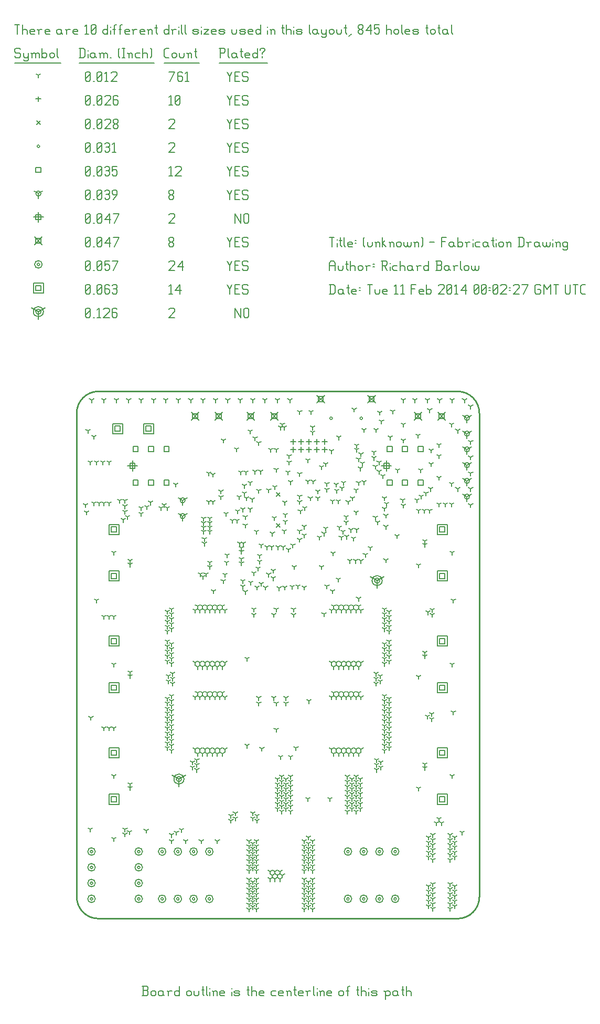
<source format=gbr>
G04 start of page 15 for group -3984 idx -3984 *
G04 Title: (unknown), fab *
G04 Creator: pcb 1.99z *
G04 CreationDate: Tue 11 Feb 2014 00:02:27 GMT UTC *
G04 For: rbarlow *
G04 Format: Gerber/RS-274X *
G04 PCB-Dimensions (mm): 85.00 105.00 *
G04 PCB-Coordinate-Origin: lower left *
%MOMM*%
%FSLAX43Y43*%
%LNFAB*%
%ADD233C,0.254*%
%ADD232C,0.191*%
%ADD231C,0.152*%
%ADD230C,0.002*%
%ADD229R,0.203X0.203*%
G54D229*X26500Y32500D02*Y31281D01*
G54D230*G36*
X26361Y32537D02*X27594Y33248D01*
X27695Y33072D01*
X26463Y32361D01*
X26361Y32537D01*
G37*
G36*
X26537Y32361D02*X25305Y33072D01*
X25406Y33248D01*
X26639Y32537D01*
X26537Y32361D01*
G37*
G54D229*X26094Y32500D02*G75*G03X26906Y32500I406J0D01*G01*
G75*G03X26094Y32500I-406J0D01*G01*
X25687D02*G75*G03X27313Y32500I813J0D01*G01*
G75*G03X25687Y32500I-813J0D01*G01*
X58500Y64500D02*Y63281D01*
G54D230*G36*
X58361Y64537D02*X59594Y65248D01*
X59695Y65072D01*
X58463Y64361D01*
X58361Y64537D01*
G37*
G36*
X58537Y64361D02*X57305Y65072D01*
X57406Y65248D01*
X58639Y64537D01*
X58537Y64361D01*
G37*
G54D229*X58094Y64500D02*G75*G03X58906Y64500I406J0D01*G01*
G75*G03X58094Y64500I-406J0D01*G01*
X57687D02*G75*G03X59313Y64500I813J0D01*G01*
G75*G03X57687Y64500I-813J0D01*G01*
X3810Y107858D02*Y106638D01*
G54D230*G36*
X3671Y107895D02*X4904Y108606D01*
X5005Y108430D01*
X3773Y107719D01*
X3671Y107895D01*
G37*
G36*
X3847Y107719D02*X2615Y108430D01*
X2716Y108606D01*
X3949Y107895D01*
X3847Y107719D01*
G37*
G54D229*X3404Y107858D02*G75*G03X4216Y107858I406J0D01*G01*
G75*G03X3404Y107858I-406J0D01*G01*
X2997D02*G75*G03X4623Y107858I813J0D01*G01*
G75*G03X2997Y107858I-813J0D01*G01*
G54D231*X35560Y108429D02*Y106905D01*
Y108429D02*X36512Y106905D01*
Y108429D02*Y106905D01*
X36970Y108238D02*Y107096D01*
Y108238D02*X37160Y108429D01*
X37541D01*
X37732Y108238D01*
Y107096D01*
X37541Y106905D02*X37732Y107096D01*
X37160Y106905D02*X37541D01*
X36970Y107096D02*X37160Y106905D01*
X24892Y108238D02*X25082Y108429D01*
X25654D01*
X25844Y108238D01*
Y107858D01*
X24892Y106905D02*X25844Y107858D01*
X24892Y106905D02*X25844D01*
X11430Y107096D02*X11620Y106905D01*
X11430Y108238D02*Y107096D01*
Y108238D02*X11620Y108429D01*
X12002D01*
X12192Y108238D01*
Y107096D01*
X12002Y106905D02*X12192Y107096D01*
X11620Y106905D02*X12002D01*
X11430Y107286D02*X12192Y108048D01*
X12649Y106905D02*X12840D01*
X13297Y108124D02*X13602Y108429D01*
Y106905D01*
X13297D02*X13868D01*
X14326Y108238D02*X14516Y108429D01*
X15088D01*
X15278Y108238D01*
Y107858D01*
X14326Y106905D02*X15278Y107858D01*
X14326Y106905D02*X15278D01*
X16307Y108429D02*X16497Y108238D01*
X15926Y108429D02*X16307D01*
X15735Y108238D02*X15926Y108429D01*
X15735Y108238D02*Y107096D01*
X15926Y106905D01*
X16307Y107743D02*X16497Y107553D01*
X15735Y107743D02*X16307D01*
X15926Y106905D02*X16307D01*
X16497Y107096D01*
Y107553D02*Y107096D01*
X68594Y29656D02*X69406D01*
X68594D02*Y28844D01*
X69406D01*
Y29656D02*Y28844D01*
X68187Y30063D02*X69813D01*
X68187D02*Y28437D01*
X69813D01*
Y30063D02*Y28437D01*
X68594Y37156D02*X69406D01*
X68594D02*Y36344D01*
X69406D01*
Y37156D02*Y36344D01*
X68187Y37563D02*X69813D01*
X68187D02*Y35937D01*
X69813D01*
Y37563D02*Y35937D01*
X68594Y65656D02*X69406D01*
X68594D02*Y64844D01*
X69406D01*
Y65656D02*Y64844D01*
X68187Y66063D02*X69813D01*
X68187D02*Y64437D01*
X69813D01*
Y66063D02*Y64437D01*
X68594Y73156D02*X69406D01*
X68594D02*Y72344D01*
X69406D01*
Y73156D02*Y72344D01*
X68187Y73563D02*X69813D01*
X68187D02*Y71937D01*
X69813D01*
Y73563D02*Y71937D01*
X68594Y47656D02*X69406D01*
X68594D02*Y46844D01*
X69406D01*
Y47656D02*Y46844D01*
X68187Y48063D02*X69813D01*
X68187D02*Y46437D01*
X69813D01*
Y48063D02*Y46437D01*
X68594Y55156D02*X69406D01*
X68594D02*Y54344D01*
X69406D01*
Y55156D02*Y54344D01*
X68187Y55563D02*X69813D01*
X68187D02*Y53937D01*
X69813D01*
Y55563D02*Y53937D01*
X15594Y37156D02*X16406D01*
X15594D02*Y36344D01*
X16406D01*
Y37156D02*Y36344D01*
X15187Y37563D02*X16813D01*
X15187D02*Y35937D01*
X16813D01*
Y37563D02*Y35937D01*
X15594Y29656D02*X16406D01*
X15594D02*Y28844D01*
X16406D01*
Y29656D02*Y28844D01*
X15187Y30063D02*X16813D01*
X15187D02*Y28437D01*
X16813D01*
Y30063D02*Y28437D01*
X15594Y55156D02*X16406D01*
X15594D02*Y54344D01*
X16406D01*
Y55156D02*Y54344D01*
X15187Y55563D02*X16813D01*
X15187D02*Y53937D01*
X16813D01*
Y55563D02*Y53937D01*
X15594Y47656D02*X16406D01*
X15594D02*Y46844D01*
X16406D01*
Y47656D02*Y46844D01*
X15187Y48063D02*X16813D01*
X15187D02*Y46437D01*
X16813D01*
Y48063D02*Y46437D01*
X15594Y73156D02*X16406D01*
X15594D02*Y72344D01*
X16406D01*
Y73156D02*Y72344D01*
X15187Y73563D02*X16813D01*
X15187D02*Y71937D01*
X16813D01*
Y73563D02*Y71937D01*
X15594Y65656D02*X16406D01*
X15594D02*Y64844D01*
X16406D01*
Y65656D02*Y64844D01*
X15187Y66063D02*X16813D01*
X15187D02*Y64437D01*
X16813D01*
Y66063D02*Y64437D01*
X21194Y89406D02*X22006D01*
X21194D02*Y88594D01*
X22006D01*
Y89406D02*Y88594D01*
X20787Y89813D02*X22413D01*
X20787D02*Y88187D01*
X22413D01*
Y89813D02*Y88187D01*
X16194Y89406D02*X17006D01*
X16194D02*Y88594D01*
X17006D01*
Y89406D02*Y88594D01*
X15787Y89813D02*X17413D01*
X15787D02*Y88187D01*
X17413D01*
Y89813D02*Y88187D01*
X3404Y112074D02*X4216D01*
X3404D02*Y111261D01*
X4216D01*
Y112074D02*Y111261D01*
X2997Y112480D02*X4623D01*
X2997D02*Y110855D01*
X4623D01*
Y112480D02*Y110855D01*
X34290Y112239D02*X34671Y111477D01*
X35052Y112239D01*
X34671Y111477D02*Y110715D01*
X35509Y111553D02*X36081D01*
X35509Y110715D02*X36271D01*
X35509Y112239D02*Y110715D01*
Y112239D02*X36271D01*
X37490D02*X37681Y112048D01*
X36919Y112239D02*X37490D01*
X36728Y112048D02*X36919Y112239D01*
X36728Y112048D02*Y111668D01*
X36919Y111477D01*
X37490D01*
X37681Y111286D01*
Y110906D01*
X37490Y110715D02*X37681Y110906D01*
X36919Y110715D02*X37490D01*
X36728Y110906D02*X36919Y110715D01*
X24892Y111934D02*X25197Y112239D01*
Y110715D01*
X24892D02*X25464D01*
X25921Y111286D02*X26683Y112239D01*
X25921Y111286D02*X26873D01*
X26683Y112239D02*Y110715D01*
X11430Y110906D02*X11620Y110715D01*
X11430Y112048D02*Y110906D01*
Y112048D02*X11620Y112239D01*
X12002D01*
X12192Y112048D01*
Y110906D01*
X12002Y110715D02*X12192Y110906D01*
X11620Y110715D02*X12002D01*
X11430Y111096D02*X12192Y111858D01*
X12649Y110715D02*X12840D01*
X13297Y110906D02*X13487Y110715D01*
X13297Y112048D02*Y110906D01*
Y112048D02*X13487Y112239D01*
X13868D01*
X14059Y112048D01*
Y110906D01*
X13868Y110715D02*X14059Y110906D01*
X13487Y110715D02*X13868D01*
X13297Y111096D02*X14059Y111858D01*
X15088Y112239D02*X15278Y112048D01*
X14707Y112239D02*X15088D01*
X14516Y112048D02*X14707Y112239D01*
X14516Y112048D02*Y110906D01*
X14707Y110715D01*
X15088Y111553D02*X15278Y111363D01*
X14516Y111553D02*X15088D01*
X14707Y110715D02*X15088D01*
X15278Y110906D01*
Y111363D02*Y110906D01*
X15735Y112048D02*X15926Y112239D01*
X16307D01*
X16497Y112048D01*
X16307Y110715D02*X16497Y110906D01*
X15926Y110715D02*X16307D01*
X15735Y110906D02*X15926Y110715D01*
Y111553D02*X16307D01*
X16497Y112048D02*Y111744D01*
Y111363D02*Y110906D01*
Y111363D02*X16307Y111553D01*
X16497Y111744D02*X16307Y111553D01*
X12187Y13190D02*G75*G03X12593Y13190I203J0D01*G01*
G75*G03X12187Y13190I-203J0D01*G01*
X11780D02*G75*G03X13000Y13190I610J0D01*G01*
G75*G03X11780Y13190I-610J0D01*G01*
X12187Y15730D02*G75*G03X12593Y15730I203J0D01*G01*
G75*G03X12187Y15730I-203J0D01*G01*
X11780D02*G75*G03X13000Y15730I610J0D01*G01*
G75*G03X11780Y15730I-610J0D01*G01*
X12187Y18270D02*G75*G03X12593Y18270I203J0D01*G01*
G75*G03X12187Y18270I-203J0D01*G01*
X11780D02*G75*G03X13000Y18270I610J0D01*G01*
G75*G03X11780Y18270I-610J0D01*G01*
X12187Y20810D02*G75*G03X12593Y20810I203J0D01*G01*
G75*G03X12187Y20810I-203J0D01*G01*
X11780D02*G75*G03X13000Y20810I610J0D01*G01*
G75*G03X11780Y20810I-610J0D01*G01*
X19807Y13190D02*G75*G03X20213Y13190I203J0D01*G01*
G75*G03X19807Y13190I-203J0D01*G01*
X19400D02*G75*G03X20620Y13190I610J0D01*G01*
G75*G03X19400Y13190I-610J0D01*G01*
X19807Y15730D02*G75*G03X20213Y15730I203J0D01*G01*
G75*G03X19807Y15730I-203J0D01*G01*
X19400D02*G75*G03X20620Y15730I610J0D01*G01*
G75*G03X19400Y15730I-610J0D01*G01*
X19807Y18270D02*G75*G03X20213Y18270I203J0D01*G01*
G75*G03X19807Y18270I-203J0D01*G01*
X19400D02*G75*G03X20620Y18270I610J0D01*G01*
G75*G03X19400Y18270I-610J0D01*G01*
X19807Y20810D02*G75*G03X20213Y20810I203J0D01*G01*
G75*G03X19807Y20810I-203J0D01*G01*
X19400D02*G75*G03X20620Y20810I610J0D01*G01*
G75*G03X19400Y20810I-610J0D01*G01*
X53587D02*G75*G03X53993Y20810I203J0D01*G01*
G75*G03X53587Y20810I-203J0D01*G01*
X53180D02*G75*G03X54400Y20810I610J0D01*G01*
G75*G03X53180Y20810I-610J0D01*G01*
X56127D02*G75*G03X56533Y20810I203J0D01*G01*
G75*G03X56127Y20810I-203J0D01*G01*
X55720D02*G75*G03X56940Y20810I610J0D01*G01*
G75*G03X55720Y20810I-610J0D01*G01*
X58667D02*G75*G03X59073Y20810I203J0D01*G01*
G75*G03X58667Y20810I-203J0D01*G01*
X58260D02*G75*G03X59480Y20810I610J0D01*G01*
G75*G03X58260Y20810I-610J0D01*G01*
X61207D02*G75*G03X61613Y20810I203J0D01*G01*
G75*G03X61207Y20810I-203J0D01*G01*
X60800D02*G75*G03X62020Y20810I610J0D01*G01*
G75*G03X60800Y20810I-610J0D01*G01*
X53587Y13190D02*G75*G03X53993Y13190I203J0D01*G01*
G75*G03X53587Y13190I-203J0D01*G01*
X53180D02*G75*G03X54400Y13190I610J0D01*G01*
G75*G03X53180Y13190I-610J0D01*G01*
X56127D02*G75*G03X56533Y13190I203J0D01*G01*
G75*G03X56127Y13190I-203J0D01*G01*
X55720D02*G75*G03X56940Y13190I610J0D01*G01*
G75*G03X55720Y13190I-610J0D01*G01*
X58667D02*G75*G03X59073Y13190I203J0D01*G01*
G75*G03X58667Y13190I-203J0D01*G01*
X58260D02*G75*G03X59480Y13190I610J0D01*G01*
G75*G03X58260Y13190I-610J0D01*G01*
X61207D02*G75*G03X61613Y13190I203J0D01*G01*
G75*G03X61207Y13190I-203J0D01*G01*
X60800D02*G75*G03X62020Y13190I610J0D01*G01*
G75*G03X60800Y13190I-610J0D01*G01*
X23587Y20810D02*G75*G03X23993Y20810I203J0D01*G01*
G75*G03X23587Y20810I-203J0D01*G01*
X23180D02*G75*G03X24400Y20810I610J0D01*G01*
G75*G03X23180Y20810I-610J0D01*G01*
X26127D02*G75*G03X26533Y20810I203J0D01*G01*
G75*G03X26127Y20810I-203J0D01*G01*
X25720D02*G75*G03X26940Y20810I610J0D01*G01*
G75*G03X25720Y20810I-610J0D01*G01*
X28667D02*G75*G03X29073Y20810I203J0D01*G01*
G75*G03X28667Y20810I-203J0D01*G01*
X28260D02*G75*G03X29480Y20810I610J0D01*G01*
G75*G03X28260Y20810I-610J0D01*G01*
X31207D02*G75*G03X31613Y20810I203J0D01*G01*
G75*G03X31207Y20810I-203J0D01*G01*
X30800D02*G75*G03X32020Y20810I610J0D01*G01*
G75*G03X30800Y20810I-610J0D01*G01*
X23587Y13190D02*G75*G03X23993Y13190I203J0D01*G01*
G75*G03X23587Y13190I-203J0D01*G01*
X23180D02*G75*G03X24400Y13190I610J0D01*G01*
G75*G03X23180Y13190I-610J0D01*G01*
X26127D02*G75*G03X26533Y13190I203J0D01*G01*
G75*G03X26127Y13190I-203J0D01*G01*
X25720D02*G75*G03X26940Y13190I610J0D01*G01*
G75*G03X25720Y13190I-610J0D01*G01*
X28667D02*G75*G03X29073Y13190I203J0D01*G01*
G75*G03X28667Y13190I-203J0D01*G01*
X28260D02*G75*G03X29480Y13190I610J0D01*G01*
G75*G03X28260Y13190I-610J0D01*G01*
X31207D02*G75*G03X31613Y13190I203J0D01*G01*
G75*G03X31207Y13190I-203J0D01*G01*
X30800D02*G75*G03X32020Y13190I610J0D01*G01*
G75*G03X30800Y13190I-610J0D01*G01*
X3607Y115478D02*G75*G03X4013Y115478I203J0D01*G01*
G75*G03X3607Y115478I-203J0D01*G01*
X3200D02*G75*G03X4420Y115478I610J0D01*G01*
G75*G03X3200Y115478I-610J0D01*G01*
X34290Y116049D02*X34671Y115287D01*
X35052Y116049D01*
X34671Y115287D02*Y114525D01*
X35509Y115363D02*X36081D01*
X35509Y114525D02*X36271D01*
X35509Y116049D02*Y114525D01*
Y116049D02*X36271D01*
X37490D02*X37681Y115858D01*
X36919Y116049D02*X37490D01*
X36728Y115858D02*X36919Y116049D01*
X36728Y115858D02*Y115478D01*
X36919Y115287D01*
X37490D01*
X37681Y115096D01*
Y114716D01*
X37490Y114525D02*X37681Y114716D01*
X36919Y114525D02*X37490D01*
X36728Y114716D02*X36919Y114525D01*
X24892Y115858D02*X25082Y116049D01*
X25654D01*
X25844Y115858D01*
Y115478D01*
X24892Y114525D02*X25844Y115478D01*
X24892Y114525D02*X25844D01*
X26302Y115096D02*X27064Y116049D01*
X26302Y115096D02*X27254D01*
X27064Y116049D02*Y114525D01*
X11430Y114716D02*X11620Y114525D01*
X11430Y115858D02*Y114716D01*
Y115858D02*X11620Y116049D01*
X12002D01*
X12192Y115858D01*
Y114716D01*
X12002Y114525D02*X12192Y114716D01*
X11620Y114525D02*X12002D01*
X11430Y114906D02*X12192Y115668D01*
X12649Y114525D02*X12840D01*
X13297Y114716D02*X13487Y114525D01*
X13297Y115858D02*Y114716D01*
Y115858D02*X13487Y116049D01*
X13868D01*
X14059Y115858D01*
Y114716D01*
X13868Y114525D02*X14059Y114716D01*
X13487Y114525D02*X13868D01*
X13297Y114906D02*X14059Y115668D01*
X14516Y116049D02*X15278D01*
X14516D02*Y115287D01*
X14707Y115478D01*
X15088D01*
X15278Y115287D01*
Y114716D01*
X15088Y114525D02*X15278Y114716D01*
X14707Y114525D02*X15088D01*
X14516Y114716D02*X14707Y114525D01*
X15926D02*X16688Y116049D01*
X15735D02*X16688D01*
X56990Y94360D02*X58210Y93140D01*
X56990D02*X58210Y94360D01*
X57194Y94156D02*X58006D01*
X57194D02*Y93344D01*
X58006D01*
Y94156D02*Y93344D01*
X48790Y94360D02*X50010Y93140D01*
X48790D02*X50010Y94360D01*
X48994Y94156D02*X49806D01*
X48994D02*Y93344D01*
X49806D01*
Y94156D02*Y93344D01*
X32295Y91610D02*X33515Y90390D01*
X32295D02*X33515Y91610D01*
X32499Y91406D02*X33311D01*
X32499D02*Y90594D01*
X33311D01*
Y91406D02*Y90594D01*
X28485Y91610D02*X29705Y90390D01*
X28485D02*X29705Y91610D01*
X28689Y91406D02*X29501D01*
X28689D02*Y90594D01*
X29501D01*
Y91406D02*Y90594D01*
X41295Y91610D02*X42515Y90390D01*
X41295D02*X42515Y91610D01*
X41499Y91406D02*X42311D01*
X41499D02*Y90594D01*
X42311D01*
Y91406D02*Y90594D01*
X37485Y91610D02*X38705Y90390D01*
X37485D02*X38705Y91610D01*
X37689Y91406D02*X38501D01*
X37689D02*Y90594D01*
X38501D01*
Y91406D02*Y90594D01*
X68295Y91610D02*X69515Y90390D01*
X68295D02*X69515Y91610D01*
X68499Y91406D02*X69311D01*
X68499D02*Y90594D01*
X69311D01*
Y91406D02*Y90594D01*
X64485Y91610D02*X65705Y90390D01*
X64485D02*X65705Y91610D01*
X64689Y91406D02*X65501D01*
X64689D02*Y90594D01*
X65501D01*
Y91406D02*Y90594D01*
X60000Y83813D02*Y82187D01*
X59187Y83000D02*X60813D01*
X59594Y83406D02*X60406D01*
X59594D02*Y82594D01*
X60406D01*
Y83406D02*Y82594D01*
X19000Y83813D02*Y82187D01*
X18187Y83000D02*X19813D01*
X18594Y83406D02*X19406D01*
X18594D02*Y82594D01*
X19406D01*
Y83406D02*Y82594D01*
X3200Y119897D02*X4420Y118678D01*
X3200D02*X4420Y119897D01*
X3404Y119694D02*X4216D01*
X3404D02*Y118881D01*
X4216D01*
Y119694D02*Y118881D01*
X34290Y119859D02*X34671Y119097D01*
X35052Y119859D01*
X34671Y119097D02*Y118335D01*
X35509Y119173D02*X36081D01*
X35509Y118335D02*X36271D01*
X35509Y119859D02*Y118335D01*
Y119859D02*X36271D01*
X37490D02*X37681Y119668D01*
X36919Y119859D02*X37490D01*
X36728Y119668D02*X36919Y119859D01*
X36728Y119668D02*Y119288D01*
X36919Y119097D01*
X37490D01*
X37681Y118906D01*
Y118526D01*
X37490Y118335D02*X37681Y118526D01*
X36919Y118335D02*X37490D01*
X36728Y118526D02*X36919Y118335D01*
X24892Y118526D02*X25082Y118335D01*
X24892Y118830D02*Y118526D01*
Y118830D02*X25159Y119097D01*
X25387D01*
X25654Y118830D01*
Y118526D01*
X25464Y118335D02*X25654Y118526D01*
X25082Y118335D02*X25464D01*
X24892Y119364D02*X25159Y119097D01*
X24892Y119668D02*Y119364D01*
Y119668D02*X25082Y119859D01*
X25464D01*
X25654Y119668D01*
Y119364D01*
X25387Y119097D02*X25654Y119364D01*
X3810Y123910D02*Y122285D01*
X2997Y123098D02*X4623D01*
X3404Y123504D02*X4216D01*
X3404D02*Y122691D01*
X4216D01*
Y123504D02*Y122691D01*
X35560Y123669D02*Y122145D01*
Y123669D02*X36512Y122145D01*
Y123669D02*Y122145D01*
X36970Y123478D02*Y122336D01*
Y123478D02*X37160Y123669D01*
X37541D01*
X37732Y123478D01*
Y122336D01*
X37541Y122145D02*X37732Y122336D01*
X37160Y122145D02*X37541D01*
X36970Y122336D02*X37160Y122145D01*
X24892Y123478D02*X25082Y123669D01*
X25654D01*
X25844Y123478D01*
Y123098D01*
X24892Y122145D02*X25844Y123098D01*
X24892Y122145D02*X25844D01*
X11430Y122336D02*X11620Y122145D01*
X11430Y123478D02*Y122336D01*
Y123478D02*X11620Y123669D01*
X12002D01*
X12192Y123478D01*
Y122336D01*
X12002Y122145D02*X12192Y122336D01*
X11620Y122145D02*X12002D01*
X11430Y122526D02*X12192Y123288D01*
X12649Y122145D02*X12840D01*
X13297Y122336D02*X13487Y122145D01*
X13297Y123478D02*Y122336D01*
Y123478D02*X13487Y123669D01*
X13868D01*
X14059Y123478D01*
Y122336D01*
X13868Y122145D02*X14059Y122336D01*
X13487Y122145D02*X13868D01*
X13297Y122526D02*X14059Y123288D01*
X14516Y122716D02*X15278Y123669D01*
X14516Y122716D02*X15469D01*
X15278Y123669D02*Y122145D01*
X16116D02*X16878Y123669D01*
X15926D02*X16878D01*
X11430Y118526D02*X11620Y118335D01*
X11430Y119668D02*Y118526D01*
Y119668D02*X11620Y119859D01*
X12002D01*
X12192Y119668D01*
Y118526D01*
X12002Y118335D02*X12192Y118526D01*
X11620Y118335D02*X12002D01*
X11430Y118716D02*X12192Y119478D01*
X12649Y118335D02*X12840D01*
X13297Y118526D02*X13487Y118335D01*
X13297Y119668D02*Y118526D01*
Y119668D02*X13487Y119859D01*
X13868D01*
X14059Y119668D01*
Y118526D01*
X13868Y118335D02*X14059Y118526D01*
X13487Y118335D02*X13868D01*
X13297Y118716D02*X14059Y119478D01*
X14516Y118906D02*X15278Y119859D01*
X14516Y118906D02*X15469D01*
X15278Y119859D02*Y118335D01*
X16116D02*X16878Y119859D01*
X15926D02*X16878D01*
X73000Y90740D02*Y89927D01*
Y90740D02*X73704Y91146D01*
X73000Y90740D02*X72296Y91146D01*
X72594Y90740D02*G75*G03X73406Y90740I406J0D01*G01*
G75*G03X72594Y90740I-406J0D01*G01*
X73000Y88200D02*Y87387D01*
Y88200D02*X73704Y88606D01*
X73000Y88200D02*X72296Y88606D01*
X72594Y88200D02*G75*G03X73406Y88200I406J0D01*G01*
G75*G03X72594Y88200I-406J0D01*G01*
X73000Y85660D02*Y84847D01*
Y85660D02*X73704Y86066D01*
X73000Y85660D02*X72296Y86066D01*
X72594Y85660D02*G75*G03X73406Y85660I406J0D01*G01*
G75*G03X72594Y85660I-406J0D01*G01*
X73000Y83120D02*Y82307D01*
Y83120D02*X73704Y83526D01*
X73000Y83120D02*X72296Y83526D01*
X72594Y83120D02*G75*G03X73406Y83120I406J0D01*G01*
G75*G03X72594Y83120I-406J0D01*G01*
X73000Y80580D02*Y79767D01*
Y80580D02*X73704Y80986D01*
X73000Y80580D02*X72296Y80986D01*
X72594Y80580D02*G75*G03X73406Y80580I406J0D01*G01*
G75*G03X72594Y80580I-406J0D01*G01*
X73000Y78040D02*Y77227D01*
Y78040D02*X73704Y78446D01*
X73000Y78040D02*X72296Y78446D01*
X72594Y78040D02*G75*G03X73406Y78040I406J0D01*G01*
G75*G03X72594Y78040I-406J0D01*G01*
X27100Y77440D02*Y76627D01*
Y77440D02*X27804Y77846D01*
X27100Y77440D02*X26396Y77846D01*
X26694Y77440D02*G75*G03X27506Y77440I406J0D01*G01*
G75*G03X26694Y77440I-406J0D01*G01*
X27100Y74900D02*Y74087D01*
Y74900D02*X27804Y75306D01*
X27100Y74900D02*X26396Y75306D01*
X26694Y74900D02*G75*G03X27506Y74900I406J0D01*G01*
G75*G03X26694Y74900I-406J0D01*G01*
X3810Y126908D02*Y126095D01*
Y126908D02*X4514Y127314D01*
X3810Y126908D02*X3106Y127314D01*
X3404Y126908D02*G75*G03X4216Y126908I406J0D01*G01*
G75*G03X3404Y126908I-406J0D01*G01*
X34290Y127479D02*X34671Y126717D01*
X35052Y127479D01*
X34671Y126717D02*Y125955D01*
X35509Y126793D02*X36081D01*
X35509Y125955D02*X36271D01*
X35509Y127479D02*Y125955D01*
Y127479D02*X36271D01*
X37490D02*X37681Y127288D01*
X36919Y127479D02*X37490D01*
X36728Y127288D02*X36919Y127479D01*
X36728Y127288D02*Y126908D01*
X36919Y126717D01*
X37490D01*
X37681Y126526D01*
Y126146D01*
X37490Y125955D02*X37681Y126146D01*
X36919Y125955D02*X37490D01*
X36728Y126146D02*X36919Y125955D01*
X24892Y126146D02*X25082Y125955D01*
X24892Y126450D02*Y126146D01*
Y126450D02*X25159Y126717D01*
X25387D01*
X25654Y126450D01*
Y126146D01*
X25464Y125955D02*X25654Y126146D01*
X25082Y125955D02*X25464D01*
X24892Y126984D02*X25159Y126717D01*
X24892Y127288D02*Y126984D01*
Y127288D02*X25082Y127479D01*
X25464D01*
X25654Y127288D01*
Y126984D01*
X25387Y126717D02*X25654Y126984D01*
X11430Y126146D02*X11620Y125955D01*
X11430Y127288D02*Y126146D01*
Y127288D02*X11620Y127479D01*
X12002D01*
X12192Y127288D01*
Y126146D01*
X12002Y125955D02*X12192Y126146D01*
X11620Y125955D02*X12002D01*
X11430Y126336D02*X12192Y127098D01*
X12649Y125955D02*X12840D01*
X13297Y126146D02*X13487Y125955D01*
X13297Y127288D02*Y126146D01*
Y127288D02*X13487Y127479D01*
X13868D01*
X14059Y127288D01*
Y126146D01*
X13868Y125955D02*X14059Y126146D01*
X13487Y125955D02*X13868D01*
X13297Y126336D02*X14059Y127098D01*
X14516Y127288D02*X14707Y127479D01*
X15088D01*
X15278Y127288D01*
X15088Y125955D02*X15278Y126146D01*
X14707Y125955D02*X15088D01*
X14516Y126146D02*X14707Y125955D01*
Y126793D02*X15088D01*
X15278Y127288D02*Y126984D01*
Y126603D02*Y126146D01*
Y126603D02*X15088Y126793D01*
X15278Y126984D02*X15088Y126793D01*
X15926Y125955D02*X16497Y126717D01*
Y127288D02*Y126717D01*
X16307Y127479D02*X16497Y127288D01*
X15926Y127479D02*X16307D01*
X15735Y127288D02*X15926Y127479D01*
X15735Y127288D02*Y126908D01*
X15926Y126717D01*
X16497D01*
X65094Y80706D02*X65906D01*
X65094D02*Y79894D01*
X65906D01*
Y80706D02*Y79894D01*
X62594Y80706D02*X63406D01*
X62594D02*Y79894D01*
X63406D01*
Y80706D02*Y79894D01*
X60094Y80706D02*X60906D01*
X60094D02*Y79894D01*
X60906D01*
Y80706D02*Y79894D01*
X65094Y86106D02*X65906D01*
X65094D02*Y85294D01*
X65906D01*
Y86106D02*Y85294D01*
X62594Y86106D02*X63406D01*
X62594D02*Y85294D01*
X63406D01*
Y86106D02*Y85294D01*
X60094Y86106D02*X60906D01*
X60094D02*Y85294D01*
X60906D01*
Y86106D02*Y85294D01*
X24094Y80706D02*X24906D01*
X24094D02*Y79894D01*
X24906D01*
Y80706D02*Y79894D01*
X21594Y80706D02*X22406D01*
X21594D02*Y79894D01*
X22406D01*
Y80706D02*Y79894D01*
X19094Y80706D02*X19906D01*
X19094D02*Y79894D01*
X19906D01*
Y80706D02*Y79894D01*
X24094Y86106D02*X24906D01*
X24094D02*Y85294D01*
X24906D01*
Y86106D02*Y85294D01*
X21594Y86106D02*X22406D01*
X21594D02*Y85294D01*
X22406D01*
Y86106D02*Y85294D01*
X19094Y86106D02*X19906D01*
X19094D02*Y85294D01*
X19906D01*
Y86106D02*Y85294D01*
X3404Y131124D02*X4216D01*
X3404D02*Y130311D01*
X4216D01*
Y131124D02*Y130311D01*
X34290Y131289D02*X34671Y130527D01*
X35052Y131289D01*
X34671Y130527D02*Y129765D01*
X35509Y130603D02*X36081D01*
X35509Y129765D02*X36271D01*
X35509Y131289D02*Y129765D01*
Y131289D02*X36271D01*
X37490D02*X37681Y131098D01*
X36919Y131289D02*X37490D01*
X36728Y131098D02*X36919Y131289D01*
X36728Y131098D02*Y130718D01*
X36919Y130527D01*
X37490D01*
X37681Y130336D01*
Y129956D01*
X37490Y129765D02*X37681Y129956D01*
X36919Y129765D02*X37490D01*
X36728Y129956D02*X36919Y129765D01*
X24892Y130984D02*X25197Y131289D01*
Y129765D01*
X24892D02*X25464D01*
X25921Y131098D02*X26111Y131289D01*
X26683D01*
X26873Y131098D01*
Y130718D01*
X25921Y129765D02*X26873Y130718D01*
X25921Y129765D02*X26873D01*
X11430Y129956D02*X11620Y129765D01*
X11430Y131098D02*Y129956D01*
Y131098D02*X11620Y131289D01*
X12002D01*
X12192Y131098D01*
Y129956D01*
X12002Y129765D02*X12192Y129956D01*
X11620Y129765D02*X12002D01*
X11430Y130146D02*X12192Y130908D01*
X12649Y129765D02*X12840D01*
X13297Y129956D02*X13487Y129765D01*
X13297Y131098D02*Y129956D01*
Y131098D02*X13487Y131289D01*
X13868D01*
X14059Y131098D01*
Y129956D01*
X13868Y129765D02*X14059Y129956D01*
X13487Y129765D02*X13868D01*
X13297Y130146D02*X14059Y130908D01*
X14516Y131098D02*X14707Y131289D01*
X15088D01*
X15278Y131098D01*
X15088Y129765D02*X15278Y129956D01*
X14707Y129765D02*X15088D01*
X14516Y129956D02*X14707Y129765D01*
Y130603D02*X15088D01*
X15278Y131098D02*Y130794D01*
Y130413D02*Y129956D01*
Y130413D02*X15088Y130603D01*
X15278Y130794D02*X15088Y130603D01*
X15735Y131289D02*X16497D01*
X15735D02*Y130527D01*
X15926Y130718D01*
X16307D01*
X16497Y130527D01*
Y129956D01*
X16307Y129765D02*X16497Y129956D01*
X15926Y129765D02*X16307D01*
X15735Y129956D02*X15926Y129765D01*
X55722Y90670D02*G75*G03X56128Y90670I203J0D01*G01*
G75*G03X55722Y90670I-203J0D01*G01*
X50872D02*G75*G03X51278Y90670I203J0D01*G01*
G75*G03X50872Y90670I-203J0D01*G01*
X3607Y134528D02*G75*G03X4013Y134528I203J0D01*G01*
G75*G03X3607Y134528I-203J0D01*G01*
X34290Y135099D02*X34671Y134337D01*
X35052Y135099D01*
X34671Y134337D02*Y133575D01*
X35509Y134413D02*X36081D01*
X35509Y133575D02*X36271D01*
X35509Y135099D02*Y133575D01*
Y135099D02*X36271D01*
X37490D02*X37681Y134908D01*
X36919Y135099D02*X37490D01*
X36728Y134908D02*X36919Y135099D01*
X36728Y134908D02*Y134528D01*
X36919Y134337D01*
X37490D01*
X37681Y134146D01*
Y133766D01*
X37490Y133575D02*X37681Y133766D01*
X36919Y133575D02*X37490D01*
X36728Y133766D02*X36919Y133575D01*
X24892Y134908D02*X25082Y135099D01*
X25654D01*
X25844Y134908D01*
Y134528D01*
X24892Y133575D02*X25844Y134528D01*
X24892Y133575D02*X25844D01*
X11430Y133766D02*X11620Y133575D01*
X11430Y134908D02*Y133766D01*
Y134908D02*X11620Y135099D01*
X12002D01*
X12192Y134908D01*
Y133766D01*
X12002Y133575D02*X12192Y133766D01*
X11620Y133575D02*X12002D01*
X11430Y133956D02*X12192Y134718D01*
X12649Y133575D02*X12840D01*
X13297Y133766D02*X13487Y133575D01*
X13297Y134908D02*Y133766D01*
Y134908D02*X13487Y135099D01*
X13868D01*
X14059Y134908D01*
Y133766D01*
X13868Y133575D02*X14059Y133766D01*
X13487Y133575D02*X13868D01*
X13297Y133956D02*X14059Y134718D01*
X14516Y134908D02*X14707Y135099D01*
X15088D01*
X15278Y134908D01*
X15088Y133575D02*X15278Y133766D01*
X14707Y133575D02*X15088D01*
X14516Y133766D02*X14707Y133575D01*
Y134413D02*X15088D01*
X15278Y134908D02*Y134604D01*
Y134223D02*Y133766D01*
Y134223D02*X15088Y134413D01*
X15278Y134604D02*X15088Y134413D01*
X15735Y134794D02*X16040Y135099D01*
Y133575D01*
X15735D02*X16307D01*
X42195Y78705D02*X42805Y78095D01*
X42195D02*X42805Y78705D01*
X42195Y73705D02*X42805Y73095D01*
X42195D02*X42805Y73705D01*
X3505Y138642D02*X4115Y138033D01*
X3505D02*X4115Y138642D01*
X34290Y138909D02*X34671Y138147D01*
X35052Y138909D01*
X34671Y138147D02*Y137385D01*
X35509Y138223D02*X36081D01*
X35509Y137385D02*X36271D01*
X35509Y138909D02*Y137385D01*
Y138909D02*X36271D01*
X37490D02*X37681Y138718D01*
X36919Y138909D02*X37490D01*
X36728Y138718D02*X36919Y138909D01*
X36728Y138718D02*Y138338D01*
X36919Y138147D01*
X37490D01*
X37681Y137956D01*
Y137576D01*
X37490Y137385D02*X37681Y137576D01*
X36919Y137385D02*X37490D01*
X36728Y137576D02*X36919Y137385D01*
X24892Y138718D02*X25082Y138909D01*
X25654D01*
X25844Y138718D01*
Y138338D01*
X24892Y137385D02*X25844Y138338D01*
X24892Y137385D02*X25844D01*
X11430Y137576D02*X11620Y137385D01*
X11430Y138718D02*Y137576D01*
Y138718D02*X11620Y138909D01*
X12002D01*
X12192Y138718D01*
Y137576D01*
X12002Y137385D02*X12192Y137576D01*
X11620Y137385D02*X12002D01*
X11430Y137766D02*X12192Y138528D01*
X12649Y137385D02*X12840D01*
X13297Y137576D02*X13487Y137385D01*
X13297Y138718D02*Y137576D01*
Y138718D02*X13487Y138909D01*
X13868D01*
X14059Y138718D01*
Y137576D01*
X13868Y137385D02*X14059Y137576D01*
X13487Y137385D02*X13868D01*
X13297Y137766D02*X14059Y138528D01*
X14516Y138718D02*X14707Y138909D01*
X15278D01*
X15469Y138718D01*
Y138338D01*
X14516Y137385D02*X15469Y138338D01*
X14516Y137385D02*X15469D01*
X15926Y137576D02*X16116Y137385D01*
X15926Y137880D02*Y137576D01*
Y137880D02*X16193Y138147D01*
X16421D01*
X16688Y137880D01*
Y137576D01*
X16497Y137385D02*X16688Y137576D01*
X16116Y137385D02*X16497D01*
X15926Y138414D02*X16193Y138147D01*
X15926Y138718D02*Y138414D01*
Y138718D02*X16116Y138909D01*
X16497D01*
X16688Y138718D01*
Y138414D01*
X16421Y138147D02*X16688Y138414D01*
X50040Y87306D02*Y86494D01*
X49634Y86900D02*X50446D01*
X50040Y86036D02*Y85224D01*
X49634Y85630D02*X50446D01*
X48770Y87306D02*Y86494D01*
X48364Y86900D02*X49176D01*
X48770Y86036D02*Y85224D01*
X48364Y85630D02*X49176D01*
X47500Y87306D02*Y86494D01*
X47094Y86900D02*X47906D01*
X47500Y86036D02*Y85224D01*
X47094Y85630D02*X47906D01*
X46230Y87306D02*Y86494D01*
X45824Y86900D02*X46636D01*
X46230Y86036D02*Y85224D01*
X45824Y85630D02*X46636D01*
X44960Y87306D02*Y86494D01*
X44554Y86900D02*X45366D01*
X44960Y86036D02*Y85224D01*
X44554Y85630D02*X45366D01*
X3810Y142554D02*Y141741D01*
X3404Y142148D02*X4216D01*
X34290Y142719D02*X34671Y141957D01*
X35052Y142719D01*
X34671Y141957D02*Y141195D01*
X35509Y142033D02*X36081D01*
X35509Y141195D02*X36271D01*
X35509Y142719D02*Y141195D01*
Y142719D02*X36271D01*
X37490D02*X37681Y142528D01*
X36919Y142719D02*X37490D01*
X36728Y142528D02*X36919Y142719D01*
X36728Y142528D02*Y142148D01*
X36919Y141957D01*
X37490D01*
X37681Y141766D01*
Y141386D01*
X37490Y141195D02*X37681Y141386D01*
X36919Y141195D02*X37490D01*
X36728Y141386D02*X36919Y141195D01*
X24892Y142414D02*X25197Y142719D01*
Y141195D01*
X24892D02*X25464D01*
X25921Y141386D02*X26111Y141195D01*
X25921Y142528D02*Y141386D01*
Y142528D02*X26111Y142719D01*
X26492D01*
X26683Y142528D01*
Y141386D01*
X26492Y141195D02*X26683Y141386D01*
X26111Y141195D02*X26492D01*
X25921Y141576D02*X26683Y142338D01*
X11430Y141386D02*X11620Y141195D01*
X11430Y142528D02*Y141386D01*
Y142528D02*X11620Y142719D01*
X12002D01*
X12192Y142528D01*
Y141386D01*
X12002Y141195D02*X12192Y141386D01*
X11620Y141195D02*X12002D01*
X11430Y141576D02*X12192Y142338D01*
X12649Y141195D02*X12840D01*
X13297Y141386D02*X13487Y141195D01*
X13297Y142528D02*Y141386D01*
Y142528D02*X13487Y142719D01*
X13868D01*
X14059Y142528D01*
Y141386D01*
X13868Y141195D02*X14059Y141386D01*
X13487Y141195D02*X13868D01*
X13297Y141576D02*X14059Y142338D01*
X14516Y142528D02*X14707Y142719D01*
X15278D01*
X15469Y142528D01*
Y142148D01*
X14516Y141195D02*X15469Y142148D01*
X14516Y141195D02*X15469D01*
X16497Y142719D02*X16688Y142528D01*
X16116Y142719D02*X16497D01*
X15926Y142528D02*X16116Y142719D01*
X15926Y142528D02*Y141386D01*
X16116Y141195D01*
X16497Y142033D02*X16688Y141843D01*
X15926Y142033D02*X16497D01*
X16116Y141195D02*X16497D01*
X16688Y141386D01*
Y141843D02*Y141386D01*
X39000Y11500D02*Y11094D01*
Y11500D02*X39352Y11703D01*
X39000Y11500D02*X38648Y11703D01*
X39000Y12300D02*Y11894D01*
Y12300D02*X39352Y12503D01*
X39000Y12300D02*X38648Y12503D01*
X39000Y13100D02*Y12694D01*
Y13100D02*X39352Y13303D01*
X39000Y13100D02*X38648Y13303D01*
X39000Y13900D02*Y13494D01*
Y13900D02*X39352Y14103D01*
X39000Y13900D02*X38648Y14103D01*
X39000Y14700D02*Y14294D01*
Y14700D02*X39352Y14903D01*
X39000Y14700D02*X38648Y14903D01*
X39000Y15500D02*Y15094D01*
Y15500D02*X39352Y15703D01*
X39000Y15500D02*X38648Y15703D01*
X39000Y16300D02*Y15894D01*
Y16300D02*X39352Y16503D01*
X39000Y16300D02*X38648Y16503D01*
X38400Y11900D02*Y11494D01*
Y11900D02*X38752Y12103D01*
X38400Y11900D02*X38048Y12103D01*
X38400Y12700D02*Y12294D01*
Y12700D02*X38752Y12903D01*
X38400Y12700D02*X38048Y12903D01*
X38400Y13500D02*Y13094D01*
Y13500D02*X38752Y13703D01*
X38400Y13500D02*X38048Y13703D01*
X38400Y14300D02*Y13894D01*
Y14300D02*X38752Y14503D01*
X38400Y14300D02*X38048Y14503D01*
X38400Y15100D02*Y14694D01*
Y15100D02*X38752Y15303D01*
X38400Y15100D02*X38048Y15303D01*
X38400Y15900D02*Y15494D01*
Y15900D02*X38752Y16103D01*
X38400Y15900D02*X38048Y16103D01*
X37800Y16300D02*Y15894D01*
Y16300D02*X38152Y16503D01*
X37800Y16300D02*X37448Y16503D01*
X37800Y15500D02*Y15094D01*
Y15500D02*X38152Y15703D01*
X37800Y15500D02*X37448Y15703D01*
X37800Y14700D02*Y14294D01*
Y14700D02*X38152Y14903D01*
X37800Y14700D02*X37448Y14903D01*
X37800Y13900D02*Y13494D01*
Y13900D02*X38152Y14103D01*
X37800Y13900D02*X37448Y14103D01*
X37800Y13100D02*Y12694D01*
Y13100D02*X38152Y13303D01*
X37800Y13100D02*X37448Y13303D01*
X37800Y12300D02*Y11894D01*
Y12300D02*X38152Y12503D01*
X37800Y12300D02*X37448Y12503D01*
X37800Y11500D02*Y11094D01*
Y11500D02*X38152Y11703D01*
X37800Y11500D02*X37448Y11703D01*
X41600Y17000D02*Y16594D01*
Y17000D02*X41952Y17203D01*
X41600Y17000D02*X41248Y17203D01*
X42400Y17000D02*Y16594D01*
Y17000D02*X42752Y17203D01*
X42400Y17000D02*X42048Y17203D01*
X43200Y17000D02*Y16594D01*
Y17000D02*X43552Y17203D01*
X43200Y17000D02*X42848Y17203D01*
X42800Y17600D02*Y17194D01*
Y17600D02*X43152Y17803D01*
X42800Y17600D02*X42448Y17803D01*
X42000Y17600D02*Y17194D01*
Y17600D02*X42352Y17803D01*
X42000Y17600D02*X41648Y17803D01*
X42000Y16400D02*Y15994D01*
Y16400D02*X42352Y16603D01*
X42000Y16400D02*X41648Y16603D01*
X42800Y16400D02*Y15994D01*
Y16400D02*X43152Y16603D01*
X42800Y16400D02*X42448Y16603D01*
X41200Y16400D02*Y15994D01*
Y16400D02*X41552Y16603D01*
X41200Y16400D02*X40848Y16603D01*
X41200Y17600D02*Y17194D01*
Y17600D02*X41552Y17803D01*
X41200Y17600D02*X40848Y17803D01*
X39000Y17700D02*Y17294D01*
Y17700D02*X39352Y17903D01*
X39000Y17700D02*X38648Y17903D01*
X39000Y18500D02*Y18094D01*
Y18500D02*X39352Y18703D01*
X39000Y18500D02*X38648Y18703D01*
X39000Y19300D02*Y18894D01*
Y19300D02*X39352Y19503D01*
X39000Y19300D02*X38648Y19503D01*
X39000Y20100D02*Y19694D01*
Y20100D02*X39352Y20303D01*
X39000Y20100D02*X38648Y20303D01*
X39000Y20900D02*Y20494D01*
Y20900D02*X39352Y21103D01*
X39000Y20900D02*X38648Y21103D01*
X39000Y21700D02*Y21294D01*
Y21700D02*X39352Y21903D01*
X39000Y21700D02*X38648Y21903D01*
X39000Y22500D02*Y22094D01*
Y22500D02*X39352Y22703D01*
X39000Y22500D02*X38648Y22703D01*
X38400Y18100D02*Y17694D01*
Y18100D02*X38752Y18303D01*
X38400Y18100D02*X38048Y18303D01*
X38400Y18900D02*Y18494D01*
Y18900D02*X38752Y19103D01*
X38400Y18900D02*X38048Y19103D01*
X38400Y19700D02*Y19294D01*
Y19700D02*X38752Y19903D01*
X38400Y19700D02*X38048Y19903D01*
X38400Y20500D02*Y20094D01*
Y20500D02*X38752Y20703D01*
X38400Y20500D02*X38048Y20703D01*
X38400Y21300D02*Y20894D01*
Y21300D02*X38752Y21503D01*
X38400Y21300D02*X38048Y21503D01*
X38400Y22100D02*Y21694D01*
Y22100D02*X38752Y22303D01*
X38400Y22100D02*X38048Y22303D01*
X37800Y22500D02*Y22094D01*
Y22500D02*X38152Y22703D01*
X37800Y22500D02*X37448Y22703D01*
X37800Y21700D02*Y21294D01*
Y21700D02*X38152Y21903D01*
X37800Y21700D02*X37448Y21903D01*
X37800Y20900D02*Y20494D01*
Y20900D02*X38152Y21103D01*
X37800Y20900D02*X37448Y21103D01*
X37800Y20100D02*Y19694D01*
Y20100D02*X38152Y20303D01*
X37800Y20100D02*X37448Y20303D01*
X37800Y19300D02*Y18894D01*
Y19300D02*X38152Y19503D01*
X37800Y19300D02*X37448Y19503D01*
X37800Y18500D02*Y18094D01*
Y18500D02*X38152Y18703D01*
X37800Y18500D02*X37448Y18703D01*
X37800Y17700D02*Y17294D01*
Y17700D02*X38152Y17903D01*
X37800Y17700D02*X37448Y17903D01*
X27600Y22500D02*Y22094D01*
Y22500D02*X27952Y22703D01*
X27600Y22500D02*X27248Y22703D01*
X30100Y22500D02*Y22094D01*
Y22500D02*X30452Y22703D01*
X30100Y22500D02*X29748Y22703D01*
X32700Y22500D02*Y22094D01*
Y22500D02*X33052Y22703D01*
X32700Y22500D02*X32348Y22703D01*
X46700Y22500D02*Y22094D01*
Y22500D02*X47052Y22703D01*
X46700Y22500D02*X46348Y22703D01*
X46700Y21700D02*Y21294D01*
Y21700D02*X47052Y21903D01*
X46700Y21700D02*X46348Y21903D01*
X46700Y20900D02*Y20494D01*
Y20900D02*X47052Y21103D01*
X46700Y20900D02*X46348Y21103D01*
X46700Y20100D02*Y19694D01*
Y20100D02*X47052Y20303D01*
X46700Y20100D02*X46348Y20303D01*
X46700Y19300D02*Y18894D01*
Y19300D02*X47052Y19503D01*
X46700Y19300D02*X46348Y19503D01*
X46700Y18500D02*Y18094D01*
Y18500D02*X47052Y18703D01*
X46700Y18500D02*X46348Y18703D01*
X46700Y17700D02*Y17294D01*
Y17700D02*X47052Y17903D01*
X46700Y17700D02*X46348Y17903D01*
X47400Y18100D02*Y17694D01*
Y18100D02*X47752Y18303D01*
X47400Y18100D02*X47048Y18303D01*
X47400Y18900D02*Y18494D01*
Y18900D02*X47752Y19103D01*
X47400Y18900D02*X47048Y19103D01*
X47400Y19700D02*Y19294D01*
Y19700D02*X47752Y19903D01*
X47400Y19700D02*X47048Y19903D01*
X47400Y20500D02*Y20094D01*
Y20500D02*X47752Y20703D01*
X47400Y20500D02*X47048Y20703D01*
X47400Y21300D02*Y20894D01*
Y21300D02*X47752Y21503D01*
X47400Y21300D02*X47048Y21503D01*
X47400Y22100D02*Y21694D01*
Y22100D02*X47752Y22303D01*
X47400Y22100D02*X47048Y22303D01*
X48100Y22500D02*Y22094D01*
Y22500D02*X48452Y22703D01*
X48100Y22500D02*X47748Y22703D01*
X48100Y21700D02*Y21294D01*
Y21700D02*X48452Y21903D01*
X48100Y21700D02*X47748Y21903D01*
X48100Y20900D02*Y20494D01*
Y20900D02*X48452Y21103D01*
X48100Y20900D02*X47748Y21103D01*
X48100Y20100D02*Y19694D01*
Y20100D02*X48452Y20303D01*
X48100Y20100D02*X47748Y20303D01*
X48100Y19300D02*Y18894D01*
Y19300D02*X48452Y19503D01*
X48100Y19300D02*X47748Y19503D01*
X48100Y18500D02*Y18094D01*
Y18500D02*X48452Y18703D01*
X48100Y18500D02*X47748Y18703D01*
X48100Y17700D02*Y17294D01*
Y17700D02*X48452Y17903D01*
X48100Y17700D02*X47748Y17903D01*
X46700Y16300D02*Y15894D01*
Y16300D02*X47052Y16503D01*
X46700Y16300D02*X46348Y16503D01*
X46700Y15500D02*Y15094D01*
Y15500D02*X47052Y15703D01*
X46700Y15500D02*X46348Y15703D01*
X46700Y14700D02*Y14294D01*
Y14700D02*X47052Y14903D01*
X46700Y14700D02*X46348Y14903D01*
X46700Y13900D02*Y13494D01*
Y13900D02*X47052Y14103D01*
X46700Y13900D02*X46348Y14103D01*
X46700Y13100D02*Y12694D01*
Y13100D02*X47052Y13303D01*
X46700Y13100D02*X46348Y13303D01*
X46700Y12300D02*Y11894D01*
Y12300D02*X47052Y12503D01*
X46700Y12300D02*X46348Y12503D01*
X46700Y11500D02*Y11094D01*
Y11500D02*X47052Y11703D01*
X46700Y11500D02*X46348Y11703D01*
X47400Y11900D02*Y11494D01*
Y11900D02*X47752Y12103D01*
X47400Y11900D02*X47048Y12103D01*
X47400Y12700D02*Y12294D01*
Y12700D02*X47752Y12903D01*
X47400Y12700D02*X47048Y12903D01*
X47400Y13500D02*Y13094D01*
Y13500D02*X47752Y13703D01*
X47400Y13500D02*X47048Y13703D01*
X47400Y14300D02*Y13894D01*
Y14300D02*X47752Y14503D01*
X47400Y14300D02*X47048Y14503D01*
X47400Y15100D02*Y14694D01*
Y15100D02*X47752Y15303D01*
X47400Y15100D02*X47048Y15303D01*
X47400Y15900D02*Y15494D01*
Y15900D02*X47752Y16103D01*
X47400Y15900D02*X47048Y16103D01*
X48100Y16300D02*Y15894D01*
Y16300D02*X48452Y16503D01*
X48100Y16300D02*X47748Y16503D01*
X48100Y15500D02*Y15094D01*
Y15500D02*X48452Y15703D01*
X48100Y15500D02*X47748Y15703D01*
X48100Y14700D02*Y14294D01*
Y14700D02*X48452Y14903D01*
X48100Y14700D02*X47748Y14903D01*
X48100Y13900D02*Y13494D01*
Y13900D02*X48452Y14103D01*
X48100Y13900D02*X47748Y14103D01*
X48100Y13100D02*Y12694D01*
Y13100D02*X48452Y13303D01*
X48100Y13100D02*X47748Y13303D01*
X48100Y12300D02*Y11894D01*
Y12300D02*X48452Y12503D01*
X48100Y12300D02*X47748Y12503D01*
X48100Y11500D02*Y11094D01*
Y11500D02*X48452Y11703D01*
X48100Y11500D02*X47748Y11703D01*
X47400Y23100D02*Y22694D01*
Y23100D02*X47752Y23303D01*
X47400Y23100D02*X47048Y23303D01*
X66800Y15200D02*Y14794D01*
Y15200D02*X67152Y15403D01*
X66800Y15200D02*X66448Y15403D01*
X66800Y14400D02*Y13994D01*
Y14400D02*X67152Y14603D01*
X66800Y14400D02*X66448Y14603D01*
X66800Y13600D02*Y13194D01*
Y13600D02*X67152Y13803D01*
X66800Y13600D02*X66448Y13803D01*
X66800Y12800D02*Y12394D01*
Y12800D02*X67152Y13003D01*
X66800Y12800D02*X66448Y13003D01*
X66800Y12000D02*Y11594D01*
Y12000D02*X67152Y12203D01*
X66800Y12000D02*X66448Y12203D01*
X67500Y11600D02*Y11194D01*
Y11600D02*X67852Y11803D01*
X67500Y11600D02*X67148Y11803D01*
X67500Y12400D02*Y11994D01*
Y12400D02*X67852Y12603D01*
X67500Y12400D02*X67148Y12603D01*
X67500Y13200D02*Y12794D01*
Y13200D02*X67852Y13403D01*
X67500Y13200D02*X67148Y13403D01*
X67500Y14000D02*Y13594D01*
Y14000D02*X67852Y14203D01*
X67500Y14000D02*X67148Y14203D01*
X67500Y14800D02*Y14394D01*
Y14800D02*X67852Y15003D01*
X67500Y14800D02*X67148Y15003D01*
X67500Y15600D02*Y15194D01*
Y15600D02*X67852Y15803D01*
X67500Y15600D02*X67148Y15803D01*
X70300Y15600D02*Y15194D01*
Y15600D02*X70652Y15803D01*
X70300Y15600D02*X69948Y15803D01*
X70300Y14800D02*Y14394D01*
Y14800D02*X70652Y15003D01*
X70300Y14800D02*X69948Y15003D01*
X70300Y14000D02*Y13594D01*
Y14000D02*X70652Y14203D01*
X70300Y14000D02*X69948Y14203D01*
X70300Y13200D02*Y12794D01*
Y13200D02*X70652Y13403D01*
X70300Y13200D02*X69948Y13403D01*
X70300Y12400D02*Y11994D01*
Y12400D02*X70652Y12603D01*
X70300Y12400D02*X69948Y12603D01*
X70300Y11600D02*Y11194D01*
Y11600D02*X70652Y11803D01*
X70300Y11600D02*X69948Y11803D01*
X71000Y15200D02*Y14794D01*
Y15200D02*X71352Y15403D01*
X71000Y15200D02*X70648Y15403D01*
X71000Y14400D02*Y13994D01*
Y14400D02*X71352Y14603D01*
X71000Y14400D02*X70648Y14603D01*
X71000Y13600D02*Y13194D01*
Y13600D02*X71352Y13803D01*
X71000Y13600D02*X70648Y13803D01*
X71000Y12800D02*Y12394D01*
Y12800D02*X71352Y13003D01*
X71000Y12800D02*X70648Y13003D01*
X71000Y12000D02*Y11594D01*
Y12000D02*X71352Y12203D01*
X71000Y12000D02*X70648Y12203D01*
X53700Y32900D02*Y32494D01*
Y32900D02*X54052Y33103D01*
X53700Y32900D02*X53348Y33103D01*
X53700Y32100D02*Y31694D01*
Y32100D02*X54052Y32303D01*
X53700Y32100D02*X53348Y32303D01*
X53700Y31300D02*Y30894D01*
Y31300D02*X54052Y31503D01*
X53700Y31300D02*X53348Y31503D01*
X53700Y30500D02*Y30094D01*
Y30500D02*X54052Y30703D01*
X53700Y30500D02*X53348Y30703D01*
X53700Y29700D02*Y29294D01*
Y29700D02*X54052Y29903D01*
X53700Y29700D02*X53348Y29903D01*
X54400Y32500D02*Y32094D01*
Y32500D02*X54752Y32703D01*
X54400Y32500D02*X54048Y32703D01*
X54400Y31700D02*Y31294D01*
Y31700D02*X54752Y31903D01*
X54400Y31700D02*X54048Y31903D01*
X54400Y30900D02*Y30494D01*
Y30900D02*X54752Y31103D01*
X54400Y30900D02*X54048Y31103D01*
X54400Y30100D02*Y29694D01*
Y30100D02*X54752Y30303D01*
X54400Y30100D02*X54048Y30303D01*
X55100Y32900D02*Y32494D01*
Y32900D02*X55452Y33103D01*
X55100Y32900D02*X54748Y33103D01*
X55100Y32100D02*Y31694D01*
Y32100D02*X55452Y32303D01*
X55100Y32100D02*X54748Y32303D01*
X55100Y31300D02*Y30894D01*
Y31300D02*X55452Y31503D01*
X55100Y31300D02*X54748Y31503D01*
X55100Y30500D02*Y30094D01*
Y30500D02*X55452Y30703D01*
X55100Y30500D02*X54748Y30703D01*
X55100Y29700D02*Y29294D01*
Y29700D02*X55452Y29903D01*
X55100Y29700D02*X54748Y29903D01*
X53700Y28900D02*Y28494D01*
Y28900D02*X54052Y29103D01*
X53700Y28900D02*X53348Y29103D01*
X53700Y28100D02*Y27694D01*
Y28100D02*X54052Y28303D01*
X53700Y28100D02*X53348Y28303D01*
X53700Y27300D02*Y26894D01*
Y27300D02*X54052Y27503D01*
X53700Y27300D02*X53348Y27503D01*
X55800Y29300D02*Y28894D01*
Y29300D02*X56152Y29503D01*
X55800Y29300D02*X55448Y29503D01*
X55800Y30100D02*Y29694D01*
Y30100D02*X56152Y30303D01*
X55800Y30100D02*X55448Y30303D01*
X55100Y28900D02*Y28494D01*
Y28900D02*X55452Y29103D01*
X55100Y28900D02*X54748Y29103D01*
X55100Y28100D02*Y27694D01*
Y28100D02*X55452Y28303D01*
X55100Y28100D02*X54748Y28303D01*
X55100Y27300D02*Y26894D01*
Y27300D02*X55452Y27503D01*
X55100Y27300D02*X54748Y27503D01*
X55800Y30900D02*Y30494D01*
Y30900D02*X56152Y31103D01*
X55800Y30900D02*X55448Y31103D01*
X55800Y32500D02*Y32094D01*
Y32500D02*X56152Y32703D01*
X55800Y32500D02*X55448Y32703D01*
X54400Y28500D02*Y28094D01*
Y28500D02*X54752Y28703D01*
X54400Y28500D02*X54048Y28703D01*
X54400Y27700D02*Y27294D01*
Y27700D02*X54752Y27903D01*
X54400Y27700D02*X54048Y27903D01*
X55800Y28500D02*Y28094D01*
Y28500D02*X56152Y28703D01*
X55800Y28500D02*X55448Y28703D01*
X55800Y31700D02*Y31294D01*
Y31700D02*X56152Y31903D01*
X55800Y31700D02*X55448Y31903D01*
X50900Y29300D02*Y28894D01*
Y29300D02*X51252Y29503D01*
X50900Y29300D02*X50548Y29503D01*
X54400Y29300D02*Y28894D01*
Y29300D02*X54752Y29503D01*
X54400Y29300D02*X54048Y29503D01*
X43100Y32900D02*Y32494D01*
Y32900D02*X43452Y33103D01*
X43100Y32900D02*X42748Y33103D01*
X43100Y32100D02*Y31694D01*
Y32100D02*X43452Y32303D01*
X43100Y32100D02*X42748Y32303D01*
X43100Y31300D02*Y30894D01*
Y31300D02*X43452Y31503D01*
X43100Y31300D02*X42748Y31503D01*
X43100Y30500D02*Y30094D01*
Y30500D02*X43452Y30703D01*
X43100Y30500D02*X42748Y30703D01*
X43100Y29700D02*Y29294D01*
Y29700D02*X43452Y29903D01*
X43100Y29700D02*X42748Y29903D01*
X43800Y32500D02*Y32094D01*
Y32500D02*X44152Y32703D01*
X43800Y32500D02*X43448Y32703D01*
X43800Y31700D02*Y31294D01*
Y31700D02*X44152Y31903D01*
X43800Y31700D02*X43448Y31903D01*
X43800Y30900D02*Y30494D01*
Y30900D02*X44152Y31103D01*
X43800Y30900D02*X43448Y31103D01*
X43800Y30100D02*Y29694D01*
Y30100D02*X44152Y30303D01*
X43800Y30100D02*X43448Y30303D01*
X44500Y32900D02*Y32494D01*
Y32900D02*X44852Y33103D01*
X44500Y32900D02*X44148Y33103D01*
X44500Y32100D02*Y31694D01*
Y32100D02*X44852Y32303D01*
X44500Y32100D02*X44148Y32303D01*
X44500Y31300D02*Y30894D01*
Y31300D02*X44852Y31503D01*
X44500Y31300D02*X44148Y31503D01*
X44500Y30500D02*Y30094D01*
Y30500D02*X44852Y30703D01*
X44500Y30500D02*X44148Y30703D01*
X44500Y29700D02*Y29294D01*
Y29700D02*X44852Y29903D01*
X44500Y29700D02*X44148Y29903D01*
X43100Y28900D02*Y28494D01*
Y28900D02*X43452Y29103D01*
X43100Y28900D02*X42748Y29103D01*
X43100Y28100D02*Y27694D01*
Y28100D02*X43452Y28303D01*
X43100Y28100D02*X42748Y28303D01*
X42400Y30100D02*Y29694D01*
Y30100D02*X42752Y30303D01*
X42400Y30100D02*X42048Y30303D01*
X42400Y30900D02*Y30494D01*
Y30900D02*X42752Y31103D01*
X42400Y30900D02*X42048Y31103D01*
X42400Y32500D02*Y32094D01*
Y32500D02*X42752Y32703D01*
X42400Y32500D02*X42048Y32703D01*
X44500Y28900D02*Y28494D01*
Y28900D02*X44852Y29103D01*
X44500Y28900D02*X44148Y29103D01*
X44500Y28100D02*Y27694D01*
Y28100D02*X44852Y28303D01*
X44500Y28100D02*X44148Y28303D01*
X44500Y27300D02*Y26894D01*
Y27300D02*X44852Y27503D01*
X44500Y27300D02*X44148Y27503D01*
X42400Y27700D02*Y27294D01*
Y27700D02*X42752Y27903D01*
X42400Y27700D02*X42048Y27903D01*
X42400Y28500D02*Y28094D01*
Y28500D02*X42752Y28703D01*
X42400Y28500D02*X42048Y28703D01*
X43800Y28500D02*Y28094D01*
Y28500D02*X44152Y28703D01*
X43800Y28500D02*X43448Y28703D01*
X43800Y27700D02*Y27294D01*
Y27700D02*X44152Y27903D01*
X43800Y27700D02*X43448Y27903D01*
X42400Y29300D02*Y28894D01*
Y29300D02*X42752Y29503D01*
X42400Y29300D02*X42048Y29503D01*
X42400Y31700D02*Y31294D01*
Y31700D02*X42752Y31903D01*
X42400Y31700D02*X42048Y31903D01*
X43800Y29300D02*Y28894D01*
Y29300D02*X44152Y29503D01*
X43800Y29300D02*X43448Y29503D01*
X47300Y29300D02*Y28894D01*
Y29300D02*X47652Y29503D01*
X47300Y29300D02*X46948Y29503D01*
X70300Y23500D02*Y23094D01*
Y23500D02*X70652Y23703D01*
X70300Y23500D02*X69948Y23703D01*
X70300Y22700D02*Y22294D01*
Y22700D02*X70652Y22903D01*
X70300Y22700D02*X69948Y22903D01*
X70300Y21900D02*Y21494D01*
Y21900D02*X70652Y22103D01*
X70300Y21900D02*X69948Y22103D01*
X70300Y21100D02*Y20694D01*
Y21100D02*X70652Y21303D01*
X70300Y21100D02*X69948Y21303D01*
X70300Y20300D02*Y19894D01*
Y20300D02*X70652Y20503D01*
X70300Y20300D02*X69948Y20503D01*
X70300Y19500D02*Y19094D01*
Y19500D02*X70652Y19703D01*
X70300Y19500D02*X69948Y19703D01*
X71000Y19900D02*Y19494D01*
Y19900D02*X71352Y20103D01*
X71000Y19900D02*X70648Y20103D01*
X71000Y20700D02*Y20294D01*
Y20700D02*X71352Y20903D01*
X71000Y20700D02*X70648Y20903D01*
X71000Y21500D02*Y21094D01*
Y21500D02*X71352Y21703D01*
X71000Y21500D02*X70648Y21703D01*
X71000Y22300D02*Y21894D01*
Y22300D02*X71352Y22503D01*
X71000Y22300D02*X70648Y22503D01*
X71000Y23100D02*Y22694D01*
Y23100D02*X71352Y23303D01*
X71000Y23100D02*X70648Y23303D01*
X67500Y23500D02*Y23094D01*
Y23500D02*X67852Y23703D01*
X67500Y23500D02*X67148Y23703D01*
X67500Y22700D02*Y22294D01*
Y22700D02*X67852Y22903D01*
X67500Y22700D02*X67148Y22903D01*
X67500Y21900D02*Y21494D01*
Y21900D02*X67852Y22103D01*
X67500Y21900D02*X67148Y22103D01*
X67500Y21100D02*Y20694D01*
Y21100D02*X67852Y21303D01*
X67500Y21100D02*X67148Y21303D01*
X67500Y20300D02*Y19894D01*
Y20300D02*X67852Y20503D01*
X67500Y20300D02*X67148Y20503D01*
X67500Y19500D02*Y19094D01*
Y19500D02*X67852Y19703D01*
X67500Y19500D02*X67148Y19703D01*
X66800Y19900D02*Y19494D01*
Y19900D02*X67152Y20103D01*
X66800Y19900D02*X66448Y20103D01*
X66800Y20700D02*Y20294D01*
Y20700D02*X67152Y20903D01*
X66800Y20700D02*X66448Y20903D01*
X66800Y21500D02*Y21094D01*
Y21500D02*X67152Y21703D01*
X66800Y21500D02*X66448Y21703D01*
X66800Y22300D02*Y21894D01*
Y22300D02*X67152Y22503D01*
X66800Y22300D02*X66448Y22503D01*
X66800Y23100D02*Y22694D01*
Y23100D02*X67152Y23303D01*
X66800Y23100D02*X66448Y23303D01*
X53500Y37300D02*Y36894D01*
Y37300D02*X53852Y37503D01*
X53500Y37300D02*X53148Y37503D01*
X52700Y37300D02*Y36894D01*
Y37300D02*X53052Y37503D01*
X52700Y37300D02*X52348Y37503D01*
X54300Y37300D02*Y36894D01*
Y37300D02*X54652Y37503D01*
X54300Y37300D02*X53948Y37503D01*
X51900Y37300D02*Y36894D01*
Y37300D02*X52252Y37503D01*
X51900Y37300D02*X51548Y37503D01*
X55100Y37300D02*Y36894D01*
Y37300D02*X55452Y37503D01*
X55100Y37300D02*X54748Y37503D01*
X51100Y37300D02*Y36894D01*
Y37300D02*X51452Y37503D01*
X51100Y37300D02*X50748Y37503D01*
X55900Y37300D02*Y36894D01*
Y37300D02*X56252Y37503D01*
X55900Y37300D02*X55548Y37503D01*
X51500Y36600D02*Y36194D01*
Y36600D02*X51852Y36803D01*
X51500Y36600D02*X51148Y36803D01*
X52300Y36600D02*Y36194D01*
Y36600D02*X52652Y36803D01*
X52300Y36600D02*X51948Y36803D01*
X53100Y36600D02*Y36194D01*
Y36600D02*X53452Y36803D01*
X53100Y36600D02*X52748Y36803D01*
X53900Y36600D02*Y36194D01*
Y36600D02*X54252Y36803D01*
X53900Y36600D02*X53548Y36803D01*
X54700Y36600D02*Y36194D01*
Y36600D02*X55052Y36803D01*
X54700Y36600D02*X54348Y36803D01*
X55500Y36600D02*Y36194D01*
Y36600D02*X55852Y36803D01*
X55500Y36600D02*X55148Y36803D01*
X31500Y37300D02*Y36894D01*
Y37300D02*X31852Y37503D01*
X31500Y37300D02*X31148Y37503D01*
X30700Y37300D02*Y36894D01*
Y37300D02*X31052Y37503D01*
X30700Y37300D02*X30348Y37503D01*
X32300Y37300D02*Y36894D01*
Y37300D02*X32652Y37503D01*
X32300Y37300D02*X31948Y37503D01*
X29900Y37300D02*Y36894D01*
Y37300D02*X30252Y37503D01*
X29900Y37300D02*X29548Y37503D01*
X33100Y37300D02*Y36894D01*
Y37300D02*X33452Y37503D01*
X33100Y37300D02*X32748Y37503D01*
X29100Y37300D02*Y36894D01*
Y37300D02*X29452Y37503D01*
X29100Y37300D02*X28748Y37503D01*
X33900Y37300D02*Y36894D01*
Y37300D02*X34252Y37503D01*
X33900Y37300D02*X33548Y37503D01*
X29500Y36600D02*Y36194D01*
Y36600D02*X29852Y36803D01*
X29500Y36600D02*X29148Y36803D01*
X30300Y36600D02*Y36194D01*
Y36600D02*X30652Y36803D01*
X30300Y36600D02*X29948Y36803D01*
X31100Y36600D02*Y36194D01*
Y36600D02*X31452Y36803D01*
X31100Y36600D02*X30748Y36803D01*
X31900Y36600D02*Y36194D01*
Y36600D02*X32252Y36803D01*
X31900Y36600D02*X31548Y36803D01*
X32700Y36600D02*Y36194D01*
Y36600D02*X33052Y36803D01*
X32700Y36600D02*X32348Y36803D01*
X33500Y36600D02*Y36194D01*
Y36600D02*X33852Y36803D01*
X33500Y36600D02*X33148Y36803D01*
X31500Y51300D02*Y50894D01*
Y51300D02*X31852Y51503D01*
X31500Y51300D02*X31148Y51503D01*
X30700Y51300D02*Y50894D01*
Y51300D02*X31052Y51503D01*
X30700Y51300D02*X30348Y51503D01*
X32300Y51300D02*Y50894D01*
Y51300D02*X32652Y51503D01*
X32300Y51300D02*X31948Y51503D01*
X29900Y51300D02*Y50894D01*
Y51300D02*X30252Y51503D01*
X29900Y51300D02*X29548Y51503D01*
X33100Y51300D02*Y50894D01*
Y51300D02*X33452Y51503D01*
X33100Y51300D02*X32748Y51503D01*
X29100Y51300D02*Y50894D01*
Y51300D02*X29452Y51503D01*
X29100Y51300D02*X28748Y51503D01*
X33900Y51300D02*Y50894D01*
Y51300D02*X34252Y51503D01*
X33900Y51300D02*X33548Y51503D01*
X29500Y50600D02*Y50194D01*
Y50600D02*X29852Y50803D01*
X29500Y50600D02*X29148Y50803D01*
X30300Y50600D02*Y50194D01*
Y50600D02*X30652Y50803D01*
X30300Y50600D02*X29948Y50803D01*
X31100Y50600D02*Y50194D01*
Y50600D02*X31452Y50803D01*
X31100Y50600D02*X30748Y50803D01*
X31900Y50600D02*Y50194D01*
Y50600D02*X32252Y50803D01*
X31900Y50600D02*X31548Y50803D01*
X32700Y50600D02*Y50194D01*
Y50600D02*X33052Y50803D01*
X32700Y50600D02*X32348Y50803D01*
X33500Y50600D02*Y50194D01*
Y50600D02*X33852Y50803D01*
X33500Y50600D02*X33148Y50803D01*
X53500Y51300D02*Y50894D01*
Y51300D02*X53852Y51503D01*
X53500Y51300D02*X53148Y51503D01*
X52700Y51300D02*Y50894D01*
Y51300D02*X53052Y51503D01*
X52700Y51300D02*X52348Y51503D01*
X54300Y51300D02*Y50894D01*
Y51300D02*X54652Y51503D01*
X54300Y51300D02*X53948Y51503D01*
X51900Y51300D02*Y50894D01*
Y51300D02*X52252Y51503D01*
X51900Y51300D02*X51548Y51503D01*
X55100Y51300D02*Y50894D01*
Y51300D02*X55452Y51503D01*
X55100Y51300D02*X54748Y51503D01*
X51100Y51300D02*Y50894D01*
Y51300D02*X51452Y51503D01*
X51100Y51300D02*X50748Y51503D01*
X55900Y51300D02*Y50894D01*
Y51300D02*X56252Y51503D01*
X55900Y51300D02*X55548Y51503D01*
X51500Y50600D02*Y50194D01*
Y50600D02*X51852Y50803D01*
X51500Y50600D02*X51148Y50803D01*
X52300Y50600D02*Y50194D01*
Y50600D02*X52652Y50803D01*
X52300Y50600D02*X51948Y50803D01*
X53100Y50600D02*Y50194D01*
Y50600D02*X53452Y50803D01*
X53100Y50600D02*X52748Y50803D01*
X53900Y50600D02*Y50194D01*
Y50600D02*X54252Y50803D01*
X53900Y50600D02*X53548Y50803D01*
X54700Y50600D02*Y50194D01*
Y50600D02*X55052Y50803D01*
X54700Y50600D02*X54348Y50803D01*
X55500Y50600D02*Y50194D01*
Y50600D02*X55852Y50803D01*
X55500Y50600D02*X55148Y50803D01*
X53500Y45700D02*Y45294D01*
Y45700D02*X53852Y45903D01*
X53500Y45700D02*X53148Y45903D01*
X52700Y45700D02*Y45294D01*
Y45700D02*X53052Y45903D01*
X52700Y45700D02*X52348Y45903D01*
X54300Y45700D02*Y45294D01*
Y45700D02*X54652Y45903D01*
X54300Y45700D02*X53948Y45903D01*
X51900Y45700D02*Y45294D01*
Y45700D02*X52252Y45903D01*
X51900Y45700D02*X51548Y45903D01*
X55100Y45700D02*Y45294D01*
Y45700D02*X55452Y45903D01*
X55100Y45700D02*X54748Y45903D01*
X51100Y45700D02*Y45294D01*
Y45700D02*X51452Y45903D01*
X51100Y45700D02*X50748Y45903D01*
X55900Y45700D02*Y45294D01*
Y45700D02*X56252Y45903D01*
X55900Y45700D02*X55548Y45903D01*
X51500Y46400D02*Y45994D01*
Y46400D02*X51852Y46603D01*
X51500Y46400D02*X51148Y46603D01*
X52300Y46400D02*Y45994D01*
Y46400D02*X52652Y46603D01*
X52300Y46400D02*X51948Y46603D01*
X53100Y46400D02*Y45994D01*
Y46400D02*X53452Y46603D01*
X53100Y46400D02*X52748Y46603D01*
X53900Y46400D02*Y45994D01*
Y46400D02*X54252Y46603D01*
X53900Y46400D02*X53548Y46603D01*
X54700Y46400D02*Y45994D01*
Y46400D02*X55052Y46603D01*
X54700Y46400D02*X54348Y46603D01*
X55500Y46400D02*Y45994D01*
Y46400D02*X55852Y46603D01*
X55500Y46400D02*X55148Y46603D01*
X31500Y45700D02*Y45294D01*
Y45700D02*X31852Y45903D01*
X31500Y45700D02*X31148Y45903D01*
X30700Y45700D02*Y45294D01*
Y45700D02*X31052Y45903D01*
X30700Y45700D02*X30348Y45903D01*
X32300Y45700D02*Y45294D01*
Y45700D02*X32652Y45903D01*
X32300Y45700D02*X31948Y45903D01*
X29900Y45700D02*Y45294D01*
Y45700D02*X30252Y45903D01*
X29900Y45700D02*X29548Y45903D01*
X33100Y45700D02*Y45294D01*
Y45700D02*X33452Y45903D01*
X33100Y45700D02*X32748Y45903D01*
X29100Y45700D02*Y45294D01*
Y45700D02*X29452Y45903D01*
X29100Y45700D02*X28748Y45903D01*
X33900Y45700D02*Y45294D01*
Y45700D02*X34252Y45903D01*
X33900Y45700D02*X33548Y45903D01*
X29500Y46400D02*Y45994D01*
Y46400D02*X29852Y46603D01*
X29500Y46400D02*X29148Y46603D01*
X30300Y46400D02*Y45994D01*
Y46400D02*X30652Y46603D01*
X30300Y46400D02*X29948Y46603D01*
X31100Y46400D02*Y45994D01*
Y46400D02*X31452Y46603D01*
X31100Y46400D02*X30748Y46603D01*
X31900Y46400D02*Y45994D01*
Y46400D02*X32252Y46603D01*
X31900Y46400D02*X31548Y46603D01*
X32700Y46400D02*Y45994D01*
Y46400D02*X33052Y46603D01*
X32700Y46400D02*X32348Y46603D01*
X33500Y46400D02*Y45994D01*
Y46400D02*X33852Y46603D01*
X33500Y46400D02*X33148Y46603D01*
X31500Y59700D02*Y59294D01*
Y59700D02*X31852Y59903D01*
X31500Y59700D02*X31148Y59903D01*
X30700Y59700D02*Y59294D01*
Y59700D02*X31052Y59903D01*
X30700Y59700D02*X30348Y59903D01*
X32300Y59700D02*Y59294D01*
Y59700D02*X32652Y59903D01*
X32300Y59700D02*X31948Y59903D01*
X29900Y59700D02*Y59294D01*
Y59700D02*X30252Y59903D01*
X29900Y59700D02*X29548Y59903D01*
X33100Y59700D02*Y59294D01*
Y59700D02*X33452Y59903D01*
X33100Y59700D02*X32748Y59903D01*
X29100Y59700D02*Y59294D01*
Y59700D02*X29452Y59903D01*
X29100Y59700D02*X28748Y59903D01*
X33900Y59700D02*Y59294D01*
Y59700D02*X34252Y59903D01*
X33900Y59700D02*X33548Y59903D01*
X29500Y60400D02*Y59994D01*
Y60400D02*X29852Y60603D01*
X29500Y60400D02*X29148Y60603D01*
X30300Y60400D02*Y59994D01*
Y60400D02*X30652Y60603D01*
X30300Y60400D02*X29948Y60603D01*
X31100Y60400D02*Y59994D01*
Y60400D02*X31452Y60603D01*
X31100Y60400D02*X30748Y60603D01*
X31900Y60400D02*Y59994D01*
Y60400D02*X32252Y60603D01*
X31900Y60400D02*X31548Y60603D01*
X32700Y60400D02*Y59994D01*
Y60400D02*X33052Y60603D01*
X32700Y60400D02*X32348Y60603D01*
X33500Y60400D02*Y59994D01*
Y60400D02*X33852Y60603D01*
X33500Y60400D02*X33148Y60603D01*
X53500Y59700D02*Y59294D01*
Y59700D02*X53852Y59903D01*
X53500Y59700D02*X53148Y59903D01*
X52700Y59700D02*Y59294D01*
Y59700D02*X53052Y59903D01*
X52700Y59700D02*X52348Y59903D01*
X54300Y59700D02*Y59294D01*
Y59700D02*X54652Y59903D01*
X54300Y59700D02*X53948Y59903D01*
X51900Y59700D02*Y59294D01*
Y59700D02*X52252Y59903D01*
X51900Y59700D02*X51548Y59903D01*
X55100Y59700D02*Y59294D01*
Y59700D02*X55452Y59903D01*
X55100Y59700D02*X54748Y59903D01*
X51100Y59700D02*Y59294D01*
Y59700D02*X51452Y59903D01*
X51100Y59700D02*X50748Y59903D01*
X55900Y59700D02*Y59294D01*
Y59700D02*X56252Y59903D01*
X55900Y59700D02*X55548Y59903D01*
X51500Y60400D02*Y59994D01*
Y60400D02*X51852Y60603D01*
X51500Y60400D02*X51148Y60603D01*
X52300Y60400D02*Y59994D01*
Y60400D02*X52652Y60603D01*
X52300Y60400D02*X51948Y60603D01*
X53100Y60400D02*Y59994D01*
Y60400D02*X53452Y60603D01*
X53100Y60400D02*X52748Y60603D01*
X53900Y60400D02*Y59994D01*
Y60400D02*X54252Y60603D01*
X53900Y60400D02*X53548Y60603D01*
X54700Y60400D02*Y59994D01*
Y60400D02*X55052Y60603D01*
X54700Y60400D02*X54348Y60603D01*
X55500Y60400D02*Y59994D01*
Y60400D02*X55852Y60603D01*
X55500Y60400D02*X55148Y60603D01*
X43100Y27300D02*Y26894D01*
Y27300D02*X43452Y27503D01*
X43100Y27300D02*X42748Y27503D01*
X55800Y27700D02*Y27294D01*
Y27700D02*X56152Y27903D01*
X55800Y27700D02*X55448Y27903D01*
X29400Y35600D02*Y35194D01*
Y35600D02*X29752Y35803D01*
X29400Y35600D02*X29048Y35803D01*
X29400Y34800D02*Y34394D01*
Y34800D02*X29752Y35003D01*
X29400Y34800D02*X29048Y35003D01*
X29400Y34000D02*Y33594D01*
Y34000D02*X29752Y34203D01*
X29400Y34000D02*X29048Y34203D01*
X28700Y35200D02*Y34794D01*
Y35200D02*X29052Y35403D01*
X28700Y35200D02*X28348Y35403D01*
X28700Y34400D02*Y33994D01*
Y34400D02*X29052Y34603D01*
X28700Y34400D02*X28348Y34603D01*
X25500Y49500D02*Y49094D01*
Y49500D02*X25852Y49703D01*
X25500Y49500D02*X25148Y49703D01*
X25500Y48700D02*Y48294D01*
Y48700D02*X25852Y48903D01*
X25500Y48700D02*X25148Y48903D01*
X25500Y47900D02*Y47494D01*
Y47900D02*X25852Y48103D01*
X25500Y47900D02*X25148Y48103D01*
X24800Y49100D02*Y48694D01*
Y49100D02*X25152Y49303D01*
X24800Y49100D02*X24448Y49303D01*
X24800Y48300D02*Y47894D01*
Y48300D02*X25152Y48503D01*
X24800Y48300D02*X24448Y48503D01*
X58400Y35600D02*Y35194D01*
Y35600D02*X58752Y35803D01*
X58400Y35600D02*X58048Y35803D01*
X58400Y34800D02*Y34394D01*
Y34800D02*X58752Y35003D01*
X58400Y34800D02*X58048Y35003D01*
X58400Y34000D02*Y33594D01*
Y34000D02*X58752Y34203D01*
X58400Y34000D02*X58048Y34203D01*
X59100Y35200D02*Y34794D01*
Y35200D02*X59452Y35403D01*
X59100Y35200D02*X58748Y35403D01*
X59100Y34400D02*Y33994D01*
Y34400D02*X59452Y34603D01*
X59100Y34400D02*X58748Y34603D01*
X58300Y49500D02*Y49094D01*
Y49500D02*X58652Y49703D01*
X58300Y49500D02*X57948Y49703D01*
X58300Y48700D02*Y48294D01*
Y48700D02*X58652Y48903D01*
X58300Y48700D02*X57948Y48903D01*
X58300Y47900D02*Y47494D01*
Y47900D02*X58652Y48103D01*
X58300Y47900D02*X57948Y48103D01*
X59000Y49100D02*Y48694D01*
Y49100D02*X59352Y49303D01*
X59000Y49100D02*X58648Y49303D01*
X59000Y48300D02*Y47894D01*
Y48300D02*X59352Y48503D01*
X59000Y48300D02*X58648Y48503D01*
X38400Y26200D02*Y25794D01*
Y26200D02*X38752Y26403D01*
X38400Y26200D02*X38048Y26403D01*
X38400Y27000D02*Y26594D01*
Y27000D02*X38752Y27203D01*
X38400Y27000D02*X38048Y27203D01*
X39100Y25800D02*Y25394D01*
Y25800D02*X39452Y26003D01*
X39100Y25800D02*X38748Y26003D01*
X39100Y26600D02*Y26194D01*
Y26600D02*X39452Y26803D01*
X39100Y26600D02*X38748Y26803D01*
X35600Y26200D02*Y25794D01*
Y26200D02*X35952Y26403D01*
X35600Y26200D02*X35248Y26403D01*
X35600Y27000D02*Y26594D01*
Y27000D02*X35952Y27203D01*
X35600Y27000D02*X35248Y27203D01*
X34900Y26600D02*Y26194D01*
Y26600D02*X35252Y26803D01*
X34900Y26600D02*X34548Y26803D01*
X34900Y25800D02*Y25394D01*
Y25800D02*X35252Y26003D01*
X34900Y25800D02*X34548Y26003D01*
X37500Y37900D02*Y37494D01*
Y37900D02*X37852Y38103D01*
X37500Y37900D02*X37148Y38103D01*
X47500Y45100D02*Y44694D01*
Y45100D02*X47852Y45303D01*
X47500Y45100D02*X47148Y45303D01*
X37500Y51900D02*Y51494D01*
Y51900D02*X37852Y52103D01*
X37500Y51900D02*X37148Y52103D01*
X59700Y45900D02*Y45494D01*
Y45900D02*X60052Y46103D01*
X59700Y45900D02*X59348Y46103D01*
X59700Y45100D02*Y44694D01*
Y45100D02*X60052Y45303D01*
X59700Y45100D02*X59348Y45303D01*
X59700Y44300D02*Y43894D01*
Y44300D02*X60052Y44503D01*
X59700Y44300D02*X59348Y44503D01*
X59700Y43500D02*Y43094D01*
Y43500D02*X60052Y43703D01*
X59700Y43500D02*X59348Y43703D01*
X59700Y42700D02*Y42294D01*
Y42700D02*X60052Y42903D01*
X59700Y42700D02*X59348Y42903D01*
X59700Y41900D02*Y41494D01*
Y41900D02*X60052Y42103D01*
X59700Y41900D02*X59348Y42103D01*
X59700Y41100D02*Y40694D01*
Y41100D02*X60052Y41303D01*
X59700Y41100D02*X59348Y41303D01*
X59700Y40300D02*Y39894D01*
Y40300D02*X60052Y40503D01*
X59700Y40300D02*X59348Y40503D01*
X59700Y39500D02*Y39094D01*
Y39500D02*X60052Y39703D01*
X59700Y39500D02*X59348Y39703D01*
X59700Y38700D02*Y38294D01*
Y38700D02*X60052Y38903D01*
X59700Y38700D02*X59348Y38903D01*
X59700Y37900D02*Y37494D01*
Y37900D02*X60052Y38103D01*
X59700Y37900D02*X59348Y38103D01*
X59700Y37100D02*Y36694D01*
Y37100D02*X60052Y37303D01*
X59700Y37100D02*X59348Y37303D01*
X60400Y45500D02*Y45094D01*
Y45500D02*X60752Y45703D01*
X60400Y45500D02*X60048Y45703D01*
X60400Y44700D02*Y44294D01*
Y44700D02*X60752Y44903D01*
X60400Y44700D02*X60048Y44903D01*
X60400Y43900D02*Y43494D01*
Y43900D02*X60752Y44103D01*
X60400Y43900D02*X60048Y44103D01*
X60400Y43100D02*Y42694D01*
Y43100D02*X60752Y43303D01*
X60400Y43100D02*X60048Y43303D01*
X60400Y42300D02*Y41894D01*
Y42300D02*X60752Y42503D01*
X60400Y42300D02*X60048Y42503D01*
X60400Y41500D02*Y41094D01*
Y41500D02*X60752Y41703D01*
X60400Y41500D02*X60048Y41703D01*
X60400Y40700D02*Y40294D01*
Y40700D02*X60752Y40903D01*
X60400Y40700D02*X60048Y40903D01*
X60400Y39900D02*Y39494D01*
Y39900D02*X60752Y40103D01*
X60400Y39900D02*X60048Y40103D01*
X60400Y39100D02*Y38694D01*
Y39100D02*X60752Y39303D01*
X60400Y39100D02*X60048Y39303D01*
X60400Y38300D02*Y37894D01*
Y38300D02*X60752Y38503D01*
X60400Y38300D02*X60048Y38503D01*
X60400Y37500D02*Y37094D01*
Y37500D02*X60752Y37703D01*
X60400Y37500D02*X60048Y37703D01*
X66200Y34300D02*Y33894D01*
Y34300D02*X66552Y34503D01*
X66200Y34300D02*X65848Y34503D01*
X66200Y34900D02*Y34494D01*
Y34900D02*X66552Y35103D01*
X66200Y34900D02*X65848Y35103D01*
X65200Y31000D02*Y30594D01*
Y31000D02*X65552Y31203D01*
X65200Y31000D02*X64848Y31203D01*
X68900Y25400D02*Y24994D01*
Y25400D02*X69252Y25603D01*
X68900Y25400D02*X68548Y25603D01*
X72200Y23900D02*Y23494D01*
Y23900D02*X72552Y24103D01*
X72200Y23900D02*X71848Y24103D01*
X59700Y51100D02*Y50694D01*
Y51100D02*X60052Y51303D01*
X59700Y51100D02*X59348Y51303D01*
X59700Y51900D02*Y51494D01*
Y51900D02*X60052Y52103D01*
X59700Y51900D02*X59348Y52103D01*
X59700Y52700D02*Y52294D01*
Y52700D02*X60052Y52903D01*
X59700Y52700D02*X59348Y52903D01*
X59700Y53500D02*Y53094D01*
Y53500D02*X60052Y53703D01*
X59700Y53500D02*X59348Y53703D01*
X59700Y54300D02*Y53894D01*
Y54300D02*X60052Y54503D01*
X59700Y54300D02*X59348Y54503D01*
X60400Y51500D02*Y51094D01*
Y51500D02*X60752Y51703D01*
X60400Y51500D02*X60048Y51703D01*
X60400Y52300D02*Y51894D01*
Y52300D02*X60752Y52503D01*
X60400Y52300D02*X60048Y52503D01*
X60400Y53100D02*Y52694D01*
Y53100D02*X60752Y53303D01*
X60400Y53100D02*X60048Y53303D01*
X60400Y53900D02*Y53494D01*
Y53900D02*X60752Y54103D01*
X60400Y53900D02*X60048Y54103D01*
X60400Y54700D02*Y54294D01*
Y54700D02*X60752Y54903D01*
X60400Y54700D02*X60048Y54903D01*
X66200Y52300D02*Y51894D01*
Y52300D02*X66552Y52503D01*
X66200Y52300D02*X65848Y52503D01*
X66200Y52900D02*Y52494D01*
Y52900D02*X66552Y53103D01*
X66200Y52900D02*X65848Y53103D01*
X65200Y49000D02*Y48594D01*
Y49000D02*X65552Y49203D01*
X65200Y49000D02*X64848Y49203D01*
X68100Y25400D02*Y24994D01*
Y25400D02*X68452Y25603D01*
X68100Y25400D02*X67748Y25603D01*
X68500Y26100D02*Y25694D01*
Y26100D02*X68852Y26303D01*
X68500Y26100D02*X68148Y26303D01*
X67300Y42200D02*Y41794D01*
Y42200D02*X67652Y42403D01*
X67300Y42200D02*X66948Y42403D01*
X67300Y43000D02*Y42594D01*
Y43000D02*X67652Y43203D01*
X67300Y43000D02*X66948Y43203D01*
X66600Y42600D02*Y42194D01*
Y42600D02*X66952Y42803D01*
X66600Y42600D02*X66248Y42803D01*
X70800Y43300D02*Y42894D01*
Y43300D02*X71152Y43503D01*
X70800Y43300D02*X70448Y43503D01*
X59700Y56700D02*Y56294D01*
Y56700D02*X60052Y56903D01*
X59700Y56700D02*X59348Y56903D01*
X59700Y57500D02*Y57094D01*
Y57500D02*X60052Y57703D01*
X59700Y57500D02*X59348Y57703D01*
X59700Y58300D02*Y57894D01*
Y58300D02*X60052Y58503D01*
X59700Y58300D02*X59348Y58503D01*
X59700Y59100D02*Y58694D01*
Y59100D02*X60052Y59303D01*
X59700Y59100D02*X59348Y59303D01*
X59700Y59900D02*Y59494D01*
Y59900D02*X60052Y60103D01*
X59700Y59900D02*X59348Y60103D01*
X60400Y59500D02*Y59094D01*
Y59500D02*X60752Y59703D01*
X60400Y59500D02*X60048Y59703D01*
X60400Y58700D02*Y58294D01*
Y58700D02*X60752Y58903D01*
X60400Y58700D02*X60048Y58903D01*
X60400Y57900D02*Y57494D01*
Y57900D02*X60752Y58103D01*
X60400Y57900D02*X60048Y58103D01*
X60400Y57100D02*Y56694D01*
Y57100D02*X60752Y57303D01*
X60400Y57100D02*X60048Y57303D01*
X60400Y56300D02*Y55894D01*
Y56300D02*X60752Y56503D01*
X60400Y56300D02*X60048Y56503D01*
X67400Y59000D02*Y58594D01*
Y59000D02*X67752Y59203D01*
X67400Y59000D02*X67048Y59203D01*
X67400Y59800D02*Y59394D01*
Y59800D02*X67752Y60003D01*
X67400Y59800D02*X67048Y60003D01*
X66700Y59400D02*Y58994D01*
Y59400D02*X67052Y59603D01*
X66700Y59400D02*X66348Y59603D01*
X70800Y61300D02*Y60894D01*
Y61300D02*X71152Y61503D01*
X70800Y61300D02*X70448Y61503D01*
X65200Y67000D02*Y66594D01*
Y67000D02*X65552Y67203D01*
X65200Y67000D02*X64848Y67203D01*
X66200Y70300D02*Y69894D01*
Y70300D02*X66552Y70503D01*
X66200Y70300D02*X65848Y70503D01*
X66200Y70900D02*Y70494D01*
Y70900D02*X66552Y71103D01*
X66200Y70900D02*X65848Y71103D01*
X18600Y31700D02*Y31294D01*
Y31700D02*X18952Y31903D01*
X18600Y31700D02*X18248Y31903D01*
X18600Y31100D02*Y30694D01*
Y31100D02*X18952Y31303D01*
X18600Y31100D02*X18248Y31303D01*
X25300Y45900D02*Y45494D01*
Y45900D02*X25652Y46103D01*
X25300Y45900D02*X24948Y46103D01*
X25300Y45100D02*Y44694D01*
Y45100D02*X25652Y45303D01*
X25300Y45100D02*X24948Y45303D01*
X25300Y44300D02*Y43894D01*
Y44300D02*X25652Y44503D01*
X25300Y44300D02*X24948Y44503D01*
X25300Y43500D02*Y43094D01*
Y43500D02*X25652Y43703D01*
X25300Y43500D02*X24948Y43703D01*
X25300Y42700D02*Y42294D01*
Y42700D02*X25652Y42903D01*
X25300Y42700D02*X24948Y42903D01*
X25300Y41900D02*Y41494D01*
Y41900D02*X25652Y42103D01*
X25300Y41900D02*X24948Y42103D01*
X25300Y41100D02*Y40694D01*
Y41100D02*X25652Y41303D01*
X25300Y41100D02*X24948Y41303D01*
X25300Y40300D02*Y39894D01*
Y40300D02*X25652Y40503D01*
X25300Y40300D02*X24948Y40503D01*
X25300Y39500D02*Y39094D01*
Y39500D02*X25652Y39703D01*
X25300Y39500D02*X24948Y39703D01*
X25300Y38700D02*Y38294D01*
Y38700D02*X25652Y38903D01*
X25300Y38700D02*X24948Y38903D01*
X25300Y37900D02*Y37494D01*
Y37900D02*X25652Y38103D01*
X25300Y37900D02*X24948Y38103D01*
X25300Y37100D02*Y36694D01*
Y37100D02*X25652Y37303D01*
X25300Y37100D02*X24948Y37303D01*
X24600Y37500D02*Y37094D01*
Y37500D02*X24952Y37703D01*
X24600Y37500D02*X24248Y37703D01*
X24600Y38300D02*Y37894D01*
Y38300D02*X24952Y38503D01*
X24600Y38300D02*X24248Y38503D01*
X24600Y39100D02*Y38694D01*
Y39100D02*X24952Y39303D01*
X24600Y39100D02*X24248Y39303D01*
X24600Y39900D02*Y39494D01*
Y39900D02*X24952Y40103D01*
X24600Y39900D02*X24248Y40103D01*
X24600Y40700D02*Y40294D01*
Y40700D02*X24952Y40903D01*
X24600Y40700D02*X24248Y40903D01*
X24600Y41500D02*Y41094D01*
Y41500D02*X24952Y41703D01*
X24600Y41500D02*X24248Y41703D01*
X24600Y42300D02*Y41894D01*
Y42300D02*X24952Y42503D01*
X24600Y42300D02*X24248Y42503D01*
X24600Y43100D02*Y42694D01*
Y43100D02*X24952Y43303D01*
X24600Y43100D02*X24248Y43303D01*
X24600Y43900D02*Y43494D01*
Y43900D02*X24952Y44103D01*
X24600Y43900D02*X24248Y44103D01*
X24600Y44700D02*Y44294D01*
Y44700D02*X24952Y44903D01*
X24600Y44700D02*X24248Y44903D01*
X24600Y45500D02*Y45094D01*
Y45500D02*X24952Y45703D01*
X24600Y45500D02*X24248Y45703D01*
X17800Y23600D02*Y23194D01*
Y23600D02*X18152Y23803D01*
X17800Y23600D02*X17448Y23803D01*
X17800Y24400D02*Y23994D01*
Y24400D02*X18152Y24603D01*
X17800Y24400D02*X17448Y24603D01*
X18500Y24000D02*Y23594D01*
Y24000D02*X18852Y24203D01*
X18500Y24000D02*X18148Y24203D01*
X12200Y24400D02*Y23994D01*
Y24400D02*X12552Y24603D01*
X12200Y24400D02*X11848Y24603D01*
X16000Y40700D02*Y40294D01*
Y40700D02*X16352Y40903D01*
X16000Y40700D02*X15648Y40903D01*
X15200Y40700D02*Y40294D01*
Y40700D02*X15552Y40903D01*
X15200Y40700D02*X14848Y40903D01*
X14400Y40700D02*Y40294D01*
Y40700D02*X14752Y40903D01*
X14400Y40700D02*X14048Y40903D01*
X12300Y42400D02*Y41994D01*
Y42400D02*X12652Y42603D01*
X12300Y42400D02*X11948Y42603D01*
X18600Y49700D02*Y49294D01*
Y49700D02*X18952Y49903D01*
X18600Y49700D02*X18248Y49903D01*
X18600Y49100D02*Y48694D01*
Y49100D02*X18952Y49303D01*
X18600Y49100D02*X18248Y49303D01*
X25300Y59900D02*Y59494D01*
Y59900D02*X25652Y60103D01*
X25300Y59900D02*X24948Y60103D01*
X25300Y59100D02*Y58694D01*
Y59100D02*X25652Y59303D01*
X25300Y59100D02*X24948Y59303D01*
X25300Y58300D02*Y57894D01*
Y58300D02*X25652Y58503D01*
X25300Y58300D02*X24948Y58503D01*
X25300Y57500D02*Y57094D01*
Y57500D02*X25652Y57703D01*
X25300Y57500D02*X24948Y57703D01*
X25300Y56700D02*Y56294D01*
Y56700D02*X25652Y56903D01*
X25300Y56700D02*X24948Y56903D01*
X25300Y54300D02*Y53894D01*
Y54300D02*X25652Y54503D01*
X25300Y54300D02*X24948Y54503D01*
X25300Y53500D02*Y53094D01*
Y53500D02*X25652Y53703D01*
X25300Y53500D02*X24948Y53703D01*
X25300Y52700D02*Y52294D01*
Y52700D02*X25652Y52903D01*
X25300Y52700D02*X24948Y52903D01*
X25300Y51900D02*Y51494D01*
Y51900D02*X25652Y52103D01*
X25300Y51900D02*X24948Y52103D01*
X25300Y51100D02*Y50694D01*
Y51100D02*X25652Y51303D01*
X25300Y51100D02*X24948Y51303D01*
X24600Y51500D02*Y51094D01*
Y51500D02*X24952Y51703D01*
X24600Y51500D02*X24248Y51703D01*
X24600Y52300D02*Y51894D01*
Y52300D02*X24952Y52503D01*
X24600Y52300D02*X24248Y52503D01*
X24600Y53100D02*Y52694D01*
Y53100D02*X24952Y53303D01*
X24600Y53100D02*X24248Y53303D01*
X24600Y53900D02*Y53494D01*
Y53900D02*X24952Y54103D01*
X24600Y53900D02*X24248Y54103D01*
X24600Y54700D02*Y54294D01*
Y54700D02*X24952Y54903D01*
X24600Y54700D02*X24248Y54903D01*
X24600Y56300D02*Y55894D01*
Y56300D02*X24952Y56503D01*
X24600Y56300D02*X24248Y56503D01*
X24600Y57100D02*Y56694D01*
Y57100D02*X24952Y57303D01*
X24600Y57100D02*X24248Y57303D01*
X24600Y57900D02*Y57494D01*
Y57900D02*X24952Y58103D01*
X24600Y57900D02*X24248Y58103D01*
X24600Y58700D02*Y58294D01*
Y58700D02*X24952Y58903D01*
X24600Y58700D02*X24248Y58903D01*
X24600Y59500D02*Y59094D01*
Y59500D02*X24952Y59703D01*
X24600Y59500D02*X24248Y59703D01*
X18600Y67700D02*Y67294D01*
Y67700D02*X18952Y67903D01*
X18600Y67700D02*X18248Y67903D01*
X18600Y67100D02*Y66694D01*
Y67100D02*X18952Y67303D01*
X18600Y67100D02*X18248Y67303D01*
X16000Y58700D02*Y58294D01*
Y58700D02*X16352Y58903D01*
X16000Y58700D02*X15648Y58903D01*
X15200Y58700D02*Y58294D01*
Y58700D02*X15552Y58903D01*
X15200Y58700D02*X14848Y58903D01*
X14400Y58700D02*Y58294D01*
Y58700D02*X14752Y58903D01*
X14400Y58700D02*X14048Y58903D01*
X13200Y61300D02*Y60894D01*
Y61300D02*X13552Y61503D01*
X13200Y61300D02*X12848Y61503D01*
X49500Y66700D02*Y66294D01*
Y66700D02*X49852Y66903D01*
X49500Y66700D02*X49148Y66903D01*
X45100Y66700D02*Y66294D01*
Y66700D02*X45452Y66903D01*
X45100Y66700D02*X44748Y66903D01*
X53000Y72400D02*Y71994D01*
Y72400D02*X53352Y72603D01*
X53000Y72400D02*X52648Y72603D01*
X54100Y67700D02*Y67294D01*
Y67700D02*X54452Y67903D01*
X54100Y67700D02*X53748Y67903D01*
X55200Y72700D02*Y72294D01*
Y72700D02*X55552Y72903D01*
X55200Y72700D02*X54848Y72903D01*
X55100Y79100D02*Y78694D01*
Y79100D02*X55452Y79303D01*
X55100Y79100D02*X54748Y79303D01*
X47300Y83900D02*Y83494D01*
Y83900D02*X47652Y84103D01*
X47300Y83900D02*X46948Y84103D01*
X43500Y72500D02*Y72094D01*
Y72500D02*X43852Y72703D01*
X43500Y72500D02*X43148Y72703D01*
X59700Y77800D02*Y77394D01*
Y77800D02*X60052Y78003D01*
X59700Y77800D02*X59348Y78003D01*
X59700Y76100D02*Y75694D01*
Y76100D02*X60052Y76303D01*
X59700Y76100D02*X59348Y76303D01*
X61700Y71700D02*Y71294D01*
Y71700D02*X62052Y71903D01*
X61700Y71700D02*X61348Y71903D01*
X62600Y77500D02*Y77094D01*
Y77500D02*X62952Y77703D01*
X62600Y77500D02*X62248Y77703D01*
X64900Y77500D02*Y77094D01*
Y77500D02*X65252Y77703D01*
X64900Y77500D02*X64548Y77703D01*
X60600Y87600D02*Y87194D01*
Y87600D02*X60952Y87803D01*
X60600Y87600D02*X60248Y87803D01*
X32400Y93600D02*Y93194D01*
Y93600D02*X32752Y93803D01*
X32400Y93600D02*X32048Y93803D01*
X34400Y93600D02*Y93194D01*
Y93600D02*X34752Y93803D01*
X34400Y93600D02*X34048Y93803D01*
X36400Y93600D02*Y93194D01*
Y93600D02*X36752Y93803D01*
X36400Y93600D02*X36048Y93803D01*
X38400Y93600D02*Y93194D01*
Y93600D02*X38752Y93803D01*
X38400Y93600D02*X38048Y93803D01*
X40400Y93600D02*Y93194D01*
Y93600D02*X40752Y93803D01*
X40400Y93600D02*X40048Y93803D01*
X42400Y93600D02*Y93194D01*
Y93600D02*X42752Y93803D01*
X42400Y93600D02*X42048Y93803D01*
X44400Y93600D02*Y93194D01*
Y93600D02*X44752Y93803D01*
X44400Y93600D02*X44048Y93803D01*
X43200Y89700D02*Y89294D01*
Y89700D02*X43552Y89903D01*
X43200Y89700D02*X42848Y89903D01*
X43500Y89200D02*Y88794D01*
Y89200D02*X43852Y89403D01*
X43500Y89200D02*X43148Y89403D01*
X42900Y89200D02*Y88794D01*
Y89200D02*X43252Y89403D01*
X42900Y89200D02*X42548Y89403D01*
X44300Y83600D02*Y83194D01*
Y83600D02*X44652Y83803D01*
X44300Y83600D02*X43948Y83803D01*
X37200Y73400D02*Y72994D01*
Y73400D02*X37552Y73603D01*
X37200Y73400D02*X36848Y73603D01*
X39800Y70200D02*Y69794D01*
Y70200D02*X40152Y70403D01*
X39800Y70200D02*X39448Y70403D01*
X40700Y69900D02*Y69494D01*
Y69900D02*X41052Y70103D01*
X40700Y69900D02*X40348Y70103D01*
X41500Y69900D02*Y69494D01*
Y69900D02*X41852Y70103D01*
X41500Y69900D02*X41148Y70103D01*
X68500Y84600D02*Y84194D01*
Y84600D02*X68852Y84803D01*
X68500Y84600D02*X68148Y84803D01*
X65100Y87900D02*Y87494D01*
Y87900D02*X65452Y88103D01*
X65100Y87900D02*X64748Y88103D01*
X11800Y88650D02*Y88244D01*
Y88650D02*X12152Y88853D01*
X11800Y88650D02*X11448Y88853D01*
X12800Y87700D02*Y87294D01*
Y87700D02*X13152Y87903D01*
X12800Y87700D02*X12448Y87903D01*
X68500Y86400D02*Y85994D01*
Y86400D02*X68852Y86603D01*
X68500Y86400D02*X68148Y86603D01*
X45400Y37500D02*Y37094D01*
Y37500D02*X45752Y37703D01*
X45400Y37500D02*X45048Y37703D01*
X39900Y37400D02*Y36994D01*
Y37400D02*X40252Y37603D01*
X39900Y37400D02*X39548Y37603D01*
X42200Y40500D02*Y40094D01*
Y40500D02*X42552Y40703D01*
X42200Y40500D02*X41848Y40703D01*
X39400Y45600D02*Y45194D01*
Y45600D02*X39752Y45803D01*
X39400Y45600D02*X39048Y45803D01*
X41800Y45600D02*Y45194D01*
Y45600D02*X42152Y45803D01*
X41800Y45600D02*X41448Y45803D01*
X43800Y45600D02*Y45194D01*
Y45600D02*X44152Y45803D01*
X43800Y45600D02*X43448Y45803D01*
X43800Y44700D02*Y44294D01*
Y44700D02*X44152Y44903D01*
X43800Y44700D02*X43448Y44903D01*
X49900Y59100D02*Y58694D01*
Y59100D02*X50252Y59303D01*
X49900Y59100D02*X49548Y59303D01*
X39400Y44700D02*Y44294D01*
Y44700D02*X39752Y44903D01*
X39400Y44700D02*X39048Y44903D01*
X38600Y59900D02*Y59494D01*
Y59900D02*X38952Y60103D01*
X38600Y59900D02*X38248Y60103D01*
X38600Y59000D02*Y58594D01*
Y59000D02*X38952Y59203D01*
X38600Y59000D02*X38248Y59203D01*
X42200Y44700D02*Y44294D01*
Y44700D02*X42552Y44903D01*
X42200Y44700D02*X41848Y44903D01*
X45000Y59900D02*Y59494D01*
Y59900D02*X45352Y60103D01*
X45000Y59900D02*X44648Y60103D01*
X45000Y59000D02*Y58594D01*
Y59000D02*X45352Y59203D01*
X45000Y59000D02*X44648Y59203D01*
X41800Y59000D02*Y58594D01*
Y59000D02*X42152Y59203D01*
X41800Y59000D02*X41448Y59203D01*
X42200Y59900D02*Y59494D01*
Y59900D02*X42552Y60103D01*
X42200Y59900D02*X41848Y60103D01*
X37200Y62700D02*Y62294D01*
Y62700D02*X37552Y62903D01*
X37200Y62700D02*X36848Y62903D01*
X38100Y64200D02*Y63794D01*
Y64200D02*X38452Y64403D01*
X38100Y64200D02*X37748Y64403D01*
X39100Y63400D02*Y62994D01*
Y63400D02*X39452Y63603D01*
X39100Y63400D02*X38748Y63603D01*
X39800Y64000D02*Y63594D01*
Y64000D02*X40152Y64203D01*
X39800Y64000D02*X39448Y64203D01*
X40500Y63400D02*Y62994D01*
Y63400D02*X40852Y63603D01*
X40500Y63400D02*X40148Y63603D01*
X42700Y63300D02*Y62894D01*
Y63300D02*X43052Y63503D01*
X42700Y63300D02*X42348Y63503D01*
X43600Y63400D02*Y62994D01*
Y63400D02*X43952Y63603D01*
X43600Y63400D02*X43248Y63603D01*
X44800Y63500D02*Y63094D01*
Y63500D02*X45152Y63703D01*
X44800Y63500D02*X44448Y63703D01*
X45700Y63600D02*Y63194D01*
Y63600D02*X46052Y63803D01*
X45700Y63600D02*X45348Y63803D01*
X46700Y63400D02*Y62994D01*
Y63400D02*X47052Y63603D01*
X46700Y63400D02*X46348Y63603D01*
X52200Y64700D02*Y64294D01*
Y64700D02*X52552Y64903D01*
X52200Y64700D02*X51848Y64903D01*
X50400Y63600D02*Y63194D01*
Y63600D02*X50752Y63803D01*
X50400Y63600D02*X50048Y63803D01*
X58900Y91600D02*Y91194D01*
Y91600D02*X59252Y91803D01*
X58900Y91600D02*X58548Y91803D01*
X61000Y91800D02*Y91394D01*
Y91800D02*X61352Y92003D01*
X61000Y91800D02*X60648Y92003D01*
X54800Y92100D02*Y91694D01*
Y92100D02*X55152Y92303D01*
X54800Y92100D02*X54448Y92303D01*
X48100Y88400D02*Y87994D01*
Y88400D02*X48452Y88603D01*
X48100Y88400D02*X47748Y88603D01*
X48100Y89200D02*Y88794D01*
Y89200D02*X48452Y89403D01*
X48100Y89200D02*X47748Y89403D01*
X55200Y86300D02*Y85894D01*
Y86300D02*X55552Y86503D01*
X55200Y86300D02*X54848Y86503D01*
X55200Y85600D02*Y85194D01*
Y85600D02*X55552Y85803D01*
X55200Y85600D02*X54848Y85803D01*
X51100Y85400D02*Y84994D01*
Y85400D02*X51452Y85603D01*
X51100Y85400D02*X50748Y85603D01*
X50200Y83300D02*Y82894D01*
Y83300D02*X50552Y83503D01*
X50200Y83300D02*X49848Y83503D01*
X55900Y84900D02*Y84494D01*
Y84900D02*X56252Y85103D01*
X55900Y84900D02*X55548Y85103D01*
X55100Y75500D02*Y75094D01*
Y75500D02*X55452Y75703D01*
X55100Y75500D02*X54748Y75703D01*
X52300Y87600D02*Y87194D01*
Y87600D02*X52652Y87803D01*
X52300Y87600D02*X51948Y87803D01*
X62700Y76600D02*Y76194D01*
Y76600D02*X63052Y76803D01*
X62700Y76600D02*X62348Y76803D01*
X70600Y33000D02*Y32594D01*
Y33000D02*X70952Y33203D01*
X70600Y33000D02*X70248Y33203D01*
X70600Y51000D02*Y50594D01*
Y51000D02*X70952Y51203D01*
X70600Y51000D02*X70248Y51203D01*
X70600Y69000D02*Y68594D01*
Y69000D02*X70952Y69203D01*
X70600Y69000D02*X70248Y69203D01*
X68500Y76800D02*Y76394D01*
Y76800D02*X68852Y77003D01*
X68500Y76800D02*X68148Y77003D01*
X69500Y76800D02*Y76394D01*
Y76800D02*X69852Y77003D01*
X69500Y76800D02*X69148Y77003D01*
X70500Y76800D02*Y76394D01*
Y76800D02*X70852Y77003D01*
X70500Y76800D02*X70148Y77003D01*
X55000Y67700D02*Y67294D01*
Y67700D02*X55352Y67903D01*
X55000Y67700D02*X54648Y67903D01*
X55900Y67700D02*Y67294D01*
Y67700D02*X56252Y67903D01*
X55900Y67700D02*X55548Y67903D01*
X54700Y71300D02*Y70894D01*
Y71300D02*X55052Y71503D01*
X54700Y71300D02*X54348Y71503D01*
X53600Y71600D02*Y71194D01*
Y71600D02*X53952Y71803D01*
X53600Y71600D02*X53248Y71803D01*
X39400Y86700D02*Y86294D01*
Y86700D02*X39752Y86903D01*
X39400Y86700D02*X39048Y86903D01*
X42200Y85600D02*Y85194D01*
Y85600D02*X42552Y85803D01*
X42200Y85600D02*X41848Y85803D01*
X41300Y85600D02*Y85194D01*
Y85600D02*X41652Y85803D01*
X41300Y85600D02*X40948Y85803D01*
X33700Y87100D02*Y86694D01*
Y87100D02*X34052Y87303D01*
X33700Y87100D02*X33348Y87303D01*
X25300Y23500D02*Y23094D01*
Y23500D02*X25652Y23703D01*
X25300Y23500D02*X24948Y23703D01*
X26100Y23900D02*Y23494D01*
Y23900D02*X26452Y24103D01*
X26100Y23900D02*X25748Y24103D01*
X25300Y22500D02*Y22094D01*
Y22500D02*X25652Y22703D01*
X25300Y22500D02*X24948Y22703D01*
X26900Y24300D02*Y23894D01*
Y24300D02*X27252Y24503D01*
X26900Y24300D02*X26548Y24503D01*
X16000Y22900D02*Y22494D01*
Y22900D02*X16352Y23103D01*
X16000Y22900D02*X15648Y23103D01*
X21200Y24200D02*Y23794D01*
Y24200D02*X21552Y24403D01*
X21200Y24200D02*X20848Y24403D01*
X16000Y33000D02*Y32594D01*
Y33000D02*X16352Y33203D01*
X16000Y33000D02*X15648Y33203D01*
X16000Y51000D02*Y50594D01*
Y51000D02*X16352Y51203D01*
X16000Y51000D02*X15648Y51203D01*
X16000Y69000D02*Y68594D01*
Y69000D02*X16352Y69203D01*
X16000Y69000D02*X15648Y69203D01*
X31300Y77200D02*Y76794D01*
Y77200D02*X31652Y77403D01*
X31300Y77200D02*X30948Y77403D01*
X32000Y77200D02*Y76794D01*
Y77200D02*X32352Y77403D01*
X32000Y77200D02*X31648Y77403D01*
X32000Y81600D02*Y81194D01*
Y81600D02*X32352Y81803D01*
X32000Y81600D02*X31648Y81803D01*
X31300Y81800D02*Y81394D01*
Y81800D02*X31652Y82003D01*
X31300Y81800D02*X30948Y82003D01*
X31500Y73100D02*Y72694D01*
Y73100D02*X31852Y73303D01*
X31500Y73100D02*X31148Y73303D01*
X31500Y72400D02*Y71994D01*
Y72400D02*X31852Y72603D01*
X31500Y72400D02*X31148Y72603D01*
X36500Y82000D02*Y81594D01*
Y82000D02*X36852Y82203D01*
X36500Y82000D02*X36148Y82203D01*
X37300Y82000D02*Y81594D01*
Y82000D02*X37652Y82203D01*
X37300Y82000D02*X36948Y82203D01*
X33300Y78900D02*Y78494D01*
Y78900D02*X33652Y79103D01*
X33300Y78900D02*X32948Y79103D01*
X36200Y78000D02*Y77594D01*
Y78000D02*X36552Y78203D01*
X36200Y78000D02*X35848Y78203D01*
X37100Y79800D02*Y79394D01*
Y79800D02*X37452Y80003D01*
X37100Y79800D02*X36748Y80003D01*
X38000Y80300D02*Y79894D01*
Y80300D02*X38352Y80503D01*
X38000Y80300D02*X37648Y80503D01*
X33300Y78000D02*Y77594D01*
Y78000D02*X33652Y78203D01*
X33300Y78000D02*X32948Y78203D01*
X12800Y77000D02*Y76594D01*
Y77000D02*X13152Y77203D01*
X12800Y77000D02*X12448Y77203D01*
X13600Y77000D02*Y76594D01*
Y77000D02*X13952Y77203D01*
X13600Y77000D02*X13248Y77203D01*
X14400Y77000D02*Y76594D01*
Y77000D02*X14752Y77203D01*
X14400Y77000D02*X14048Y77203D01*
X15200Y77000D02*Y76594D01*
Y77000D02*X15552Y77203D01*
X15200Y77000D02*X14848Y77203D01*
X23600Y76200D02*Y75794D01*
Y76200D02*X23952Y76403D01*
X23600Y76200D02*X23248Y76403D01*
X24600Y76200D02*Y75794D01*
Y76200D02*X24952Y76403D01*
X24600Y76200D02*X24248Y76403D01*
X16900Y77400D02*Y76994D01*
Y77400D02*X17252Y77603D01*
X16900Y77400D02*X16548Y77603D01*
X17800Y77400D02*Y76994D01*
Y77400D02*X18152Y77603D01*
X17800Y77400D02*X17448Y77603D01*
X17800Y76500D02*Y76094D01*
Y76500D02*X18152Y76703D01*
X17800Y76500D02*X17448Y76703D01*
X17800Y75600D02*Y75194D01*
Y75600D02*X18152Y75803D01*
X17800Y75600D02*X17448Y75803D01*
X12200Y83600D02*Y83194D01*
Y83600D02*X12552Y83803D01*
X12200Y83600D02*X11848Y83803D01*
X13200Y83600D02*Y83194D01*
Y83600D02*X13552Y83803D01*
X13200Y83600D02*X12848Y83803D01*
X14200Y83600D02*Y83194D01*
Y83600D02*X14552Y83803D01*
X14200Y83600D02*X13848Y83803D01*
X15200Y83600D02*Y83194D01*
Y83600D02*X15552Y83803D01*
X15200Y83600D02*X14848Y83803D01*
X30500Y74500D02*Y74094D01*
Y74500D02*X30852Y74703D01*
X30500Y74500D02*X30148Y74703D01*
X30500Y73800D02*Y73394D01*
Y73800D02*X30852Y74003D01*
X30500Y73800D02*X30148Y74003D01*
X30500Y73100D02*Y72694D01*
Y73100D02*X30852Y73303D01*
X30500Y73100D02*X30148Y73303D01*
X30500Y72400D02*Y71994D01*
Y72400D02*X30852Y72603D01*
X30500Y72400D02*X30148Y72603D01*
X38600Y65700D02*Y65294D01*
Y65700D02*X38952Y65903D01*
X38600Y65700D02*X38248Y65903D01*
X34250Y68600D02*Y68194D01*
Y68600D02*X34602Y68803D01*
X34250Y68600D02*X33898Y68803D01*
X30600Y70500D02*Y70094D01*
Y70500D02*X30952Y70703D01*
X30600Y70500D02*X30248Y70703D01*
X30600Y71200D02*Y70794D01*
Y71200D02*X30952Y71403D01*
X30600Y71200D02*X30248Y71403D01*
X36600Y69200D02*Y68794D01*
Y69200D02*X36952Y69403D01*
X36600Y69200D02*X36248Y69403D01*
X36600Y69800D02*Y69394D01*
Y69800D02*X36952Y70003D01*
X36600Y69800D02*X36248Y70003D01*
X54300Y72700D02*Y72294D01*
Y72700D02*X54652Y72903D01*
X54300Y72700D02*X53948Y72903D01*
X42500Y69900D02*Y69494D01*
Y69900D02*X42852Y70103D01*
X42500Y69900D02*X42148Y70103D01*
X46000Y81700D02*Y81294D01*
Y81700D02*X46352Y81903D01*
X46000Y81700D02*X45648Y81903D01*
X56600Y68700D02*Y68294D01*
Y68700D02*X56952Y68903D01*
X56600Y68700D02*X56248Y68903D01*
X70500Y80100D02*Y79694D01*
Y80100D02*X70852Y80303D01*
X70500Y80100D02*X70148Y80303D01*
X71500Y88700D02*Y88294D01*
Y88700D02*X71852Y88903D01*
X71500Y88700D02*X71148Y88903D01*
X59200Y90200D02*Y89794D01*
Y90200D02*X59552Y90403D01*
X59200Y90200D02*X58848Y90403D01*
X44300Y84600D02*Y84194D01*
Y84600D02*X44652Y84803D01*
X44300Y84600D02*X43948Y84803D01*
X41900Y74600D02*Y74194D01*
Y74600D02*X42252Y74803D01*
X41900Y74600D02*X41548Y74803D01*
X36000Y75700D02*Y75294D01*
Y75700D02*X36352Y75903D01*
X36000Y75700D02*X35648Y75903D01*
X39300Y66500D02*Y66094D01*
Y66500D02*X39652Y66703D01*
X39300Y66500D02*X38948Y66703D01*
X38800Y87500D02*Y87094D01*
Y87500D02*X39152Y87703D01*
X38800Y87500D02*X38448Y87703D01*
X41700Y64900D02*Y64494D01*
Y64900D02*X42052Y65103D01*
X41700Y64900D02*X41348Y65103D01*
X34200Y67400D02*Y66994D01*
Y67400D02*X34552Y67603D01*
X34200Y67400D02*X33848Y67603D01*
X31500Y67400D02*Y66994D01*
Y67400D02*X31852Y67603D01*
X31500Y67400D02*X31148Y67603D01*
X31500Y66700D02*Y66294D01*
Y66700D02*X31852Y66903D01*
X31500Y66700D02*X31148Y66903D01*
X36600Y68000D02*Y67594D01*
Y68000D02*X36952Y68203D01*
X36600Y68000D02*X36248Y68203D01*
X36600Y67350D02*Y66944D01*
Y67350D02*X36952Y67553D01*
X36600Y67350D02*X36248Y67553D01*
X36300Y70500D02*Y70094D01*
Y70500D02*X36652Y70703D01*
X36300Y70500D02*X35948Y70703D01*
X36900Y70500D02*Y70094D01*
Y70500D02*X37252Y70703D01*
X36900Y70500D02*X36548Y70703D01*
X29950Y65550D02*Y65144D01*
Y65550D02*X30302Y65753D01*
X29950Y65550D02*X29598Y65753D01*
X30400Y65150D02*Y64744D01*
Y65150D02*X30752Y65353D01*
X30400Y65150D02*X30048Y65353D01*
X30850Y65550D02*Y65144D01*
Y65550D02*X31202Y65753D01*
X30850Y65550D02*X30498Y65753D01*
X36800Y63550D02*Y63144D01*
Y63550D02*X37152Y63753D01*
X36800Y63550D02*X36448Y63753D01*
X36800Y64450D02*Y64044D01*
Y64450D02*X37152Y64653D01*
X36800Y64450D02*X36448Y64653D01*
X35100Y74200D02*Y73794D01*
Y74200D02*X35452Y74403D01*
X35100Y74200D02*X34748Y74403D01*
X35900Y74200D02*Y73794D01*
Y74200D02*X36252Y74403D01*
X35900Y74200D02*X35548Y74403D01*
X34100Y75300D02*Y74894D01*
Y75300D02*X34452Y75503D01*
X34100Y75300D02*X33748Y75503D01*
X50200Y72900D02*Y72494D01*
Y72900D02*X50552Y73103D01*
X50200Y72900D02*X49848Y73103D01*
X54500Y77800D02*Y77394D01*
Y77800D02*X54852Y78003D01*
X54500Y77800D02*X54148Y78003D01*
X53800Y77200D02*Y76794D01*
Y77200D02*X54152Y77403D01*
X53800Y77200D02*X53448Y77403D01*
X50400Y79200D02*Y78794D01*
Y79200D02*X50752Y79403D01*
X50400Y79200D02*X50048Y79403D01*
X52400Y73100D02*Y72694D01*
Y73100D02*X52752Y73303D01*
X52400Y73100D02*X52048Y73303D01*
X43700Y74000D02*Y73594D01*
Y74000D02*X44052Y74203D01*
X43700Y74000D02*X43348Y74203D01*
X41000Y65500D02*Y65094D01*
Y65500D02*X41352Y65703D01*
X41000Y65500D02*X40648Y65703D01*
X41700Y66100D02*Y65694D01*
Y66100D02*X42052Y66303D01*
X41700Y66100D02*X41348Y66303D01*
X42200Y82400D02*Y81994D01*
Y82400D02*X42552Y82603D01*
X42200Y82400D02*X41848Y82603D01*
X44500Y80400D02*Y79994D01*
Y80400D02*X44852Y80603D01*
X44500Y80400D02*X44148Y80603D01*
X46800Y76200D02*Y75794D01*
Y76200D02*X47152Y76403D01*
X46800Y76200D02*X46448Y76403D01*
X46100Y75700D02*Y75294D01*
Y75700D02*X46452Y75903D01*
X46100Y75700D02*X45748Y75903D01*
X46000Y77200D02*Y76794D01*
Y77200D02*X46352Y77403D01*
X46000Y77200D02*X45648Y77403D01*
X39400Y79000D02*Y78594D01*
Y79000D02*X39752Y79203D01*
X39400Y79000D02*X39048Y79203D01*
X47700Y77800D02*Y77394D01*
Y77800D02*X48052Y78003D01*
X47700Y77800D02*X47348Y78003D01*
X46000Y78100D02*Y77694D01*
Y78100D02*X46352Y78303D01*
X46000Y78100D02*X45648Y78303D01*
X20400Y75300D02*Y74894D01*
Y75300D02*X20752Y75503D01*
X20400Y75300D02*X20048Y75503D01*
X20400Y76200D02*Y75794D01*
Y76200D02*X20752Y76403D01*
X20400Y76200D02*X20048Y76403D01*
X21300Y76400D02*Y75994D01*
Y76400D02*X21652Y76603D01*
X21300Y76400D02*X20948Y76603D01*
X21900Y77100D02*Y76694D01*
Y77100D02*X22252Y77303D01*
X21900Y77100D02*X21548Y77303D01*
X43700Y75100D02*Y74694D01*
Y75100D02*X44052Y75303D01*
X43700Y75100D02*X43348Y75303D01*
X31500Y73800D02*Y73394D01*
Y73800D02*X31852Y74003D01*
X31500Y73800D02*X31148Y74003D01*
X31500Y74500D02*Y74094D01*
Y74500D02*X31852Y74703D01*
X31500Y74500D02*X31148Y74703D01*
X48900Y77800D02*Y77394D01*
Y77800D02*X49252Y78003D01*
X48900Y77800D02*X48548Y78003D01*
X58200Y82900D02*Y82494D01*
Y82900D02*X58552Y83103D01*
X58200Y82900D02*X57848Y83103D01*
X65600Y78100D02*Y77694D01*
Y78100D02*X65952Y78303D01*
X65600Y78100D02*X65248Y78303D01*
X66400Y78600D02*Y78194D01*
Y78600D02*X66752Y78803D01*
X66400Y78600D02*X66048Y78803D01*
X58800Y82100D02*Y81694D01*
Y82100D02*X59152Y82303D01*
X58800Y82100D02*X58448Y82303D01*
X67100Y79300D02*Y78894D01*
Y79300D02*X67452Y79503D01*
X67100Y79300D02*X66748Y79503D01*
X59400Y81400D02*Y80994D01*
Y81400D02*X59752Y81603D01*
X59400Y81400D02*X59048Y81603D01*
X65200Y75800D02*Y75394D01*
Y75800D02*X65552Y76003D01*
X65200Y75800D02*X64848Y76003D01*
X66100Y75800D02*Y75394D01*
Y75800D02*X66452Y76003D01*
X66100Y75800D02*X65748Y76003D01*
X67000Y75800D02*Y75394D01*
Y75800D02*X67352Y76003D01*
X67000Y75800D02*X66648Y76003D01*
X58600Y73900D02*Y73494D01*
Y73900D02*X58952Y74103D01*
X58600Y73900D02*X58248Y74103D01*
X58200Y74700D02*Y74294D01*
Y74700D02*X58552Y74903D01*
X58200Y74700D02*X57848Y74903D01*
X57400Y69800D02*Y69394D01*
Y69800D02*X57752Y70003D01*
X57400Y69800D02*X57048Y70003D01*
X59900Y75000D02*Y74594D01*
Y75000D02*X60252Y75203D01*
X59900Y75000D02*X59548Y75203D01*
X60000Y76900D02*Y76494D01*
Y76900D02*X60352Y77103D01*
X60000Y76900D02*X59648Y77103D01*
X53500Y73900D02*Y73494D01*
Y73900D02*X53852Y74103D01*
X53500Y73900D02*X53148Y74103D01*
X53500Y74800D02*Y74394D01*
Y74800D02*X53852Y75003D01*
X53500Y74800D02*X53148Y75003D01*
X43300Y69900D02*Y69494D01*
Y69900D02*X43652Y70103D01*
X43300Y69900D02*X42948Y70103D01*
X43600Y77100D02*Y76694D01*
Y77100D02*X43952Y77303D01*
X43600Y77100D02*X43248Y77303D01*
X44900Y70200D02*Y69794D01*
Y70200D02*X45252Y70403D01*
X44900Y70200D02*X44548Y70403D01*
X51400Y68900D02*Y68494D01*
Y68900D02*X51752Y69103D01*
X51400Y68900D02*X51048Y69103D01*
X50400Y80100D02*Y79694D01*
Y80100D02*X50752Y80303D01*
X50400Y80100D02*X50048Y80303D01*
X52000Y79000D02*Y78594D01*
Y79000D02*X52352Y79203D01*
X52000Y79000D02*X51648Y79203D01*
X51900Y80000D02*Y79594D01*
Y80000D02*X52252Y80203D01*
X51900Y80000D02*X51548Y80203D01*
X55500Y80300D02*Y79894D01*
Y80300D02*X55852Y80503D01*
X55500Y80300D02*X55148Y80503D01*
X59900Y73200D02*Y72794D01*
Y73200D02*X60252Y73403D01*
X59900Y73200D02*X59548Y73403D01*
X51300Y77300D02*Y76894D01*
Y77300D02*X51652Y77503D01*
X51300Y77300D02*X50948Y77503D01*
X52200Y77300D02*Y76894D01*
Y77300D02*X52552Y77503D01*
X52200Y77300D02*X51848Y77503D01*
X56400Y80400D02*Y79994D01*
Y80400D02*X56752Y80603D01*
X56400Y80400D02*X56048Y80603D01*
X56400Y88800D02*Y88394D01*
Y88800D02*X56752Y89003D01*
X56400Y88800D02*X56048Y89003D01*
X58800Y83600D02*Y83194D01*
Y83600D02*X59152Y83803D01*
X58800Y83600D02*X58448Y83803D01*
X62700Y89700D02*Y89294D01*
Y89700D02*X63052Y89903D01*
X62700Y89700D02*X62348Y89903D01*
X62700Y87100D02*Y86694D01*
Y87100D02*X63052Y87303D01*
X62700Y87100D02*X62348Y87303D01*
X46000Y71100D02*Y70694D01*
Y71100D02*X46352Y71303D01*
X46000Y71100D02*X45648Y71303D01*
X46700Y71800D02*Y71394D01*
Y71800D02*X47052Y72003D01*
X46700Y71800D02*X46348Y72003D01*
X46000Y72500D02*Y72094D01*
Y72500D02*X46352Y72703D01*
X46000Y72500D02*X45648Y72703D01*
X46700Y73200D02*Y72794D01*
Y73200D02*X47052Y73403D01*
X46700Y73200D02*X46348Y73403D01*
X41600Y72100D02*Y71694D01*
Y72100D02*X41952Y72303D01*
X41600Y72100D02*X41248Y72303D01*
X32100Y62800D02*Y62394D01*
Y62800D02*X32452Y63003D01*
X32100Y62800D02*X31748Y63003D01*
X11400Y76700D02*Y76294D01*
Y76700D02*X11752Y76903D01*
X11400Y76700D02*X11048Y76903D01*
X11600Y75500D02*Y75094D01*
Y75500D02*X11952Y75703D01*
X11600Y75500D02*X11248Y75703D01*
X42000Y79600D02*Y79194D01*
Y79600D02*X42352Y79803D01*
X42000Y79600D02*X41648Y79803D01*
X41000Y79100D02*Y78694D01*
Y79100D02*X41352Y79303D01*
X41000Y79100D02*X40648Y79303D01*
X38800Y82100D02*Y81694D01*
Y82100D02*X39152Y82303D01*
X38800Y82100D02*X38448Y82303D01*
X39700Y82100D02*Y81694D01*
Y82100D02*X40052Y82303D01*
X39700Y82100D02*X39348Y82303D01*
X53100Y80300D02*Y79894D01*
Y80300D02*X53452Y80503D01*
X53100Y80300D02*X52748Y80503D01*
X52800Y79400D02*Y78994D01*
Y79400D02*X53152Y79603D01*
X52800Y79400D02*X52448Y79603D01*
X49500Y82800D02*Y82394D01*
Y82800D02*X49852Y83003D01*
X49500Y82800D02*X49148Y83003D01*
X48200Y80500D02*Y80094D01*
Y80500D02*X48552Y80703D01*
X48200Y80500D02*X47848Y80703D01*
X44100Y82000D02*Y81594D01*
Y82000D02*X44452Y82203D01*
X44100Y82000D02*X43748Y82203D01*
X37200Y74800D02*Y74394D01*
Y74800D02*X37552Y75003D01*
X37200Y74800D02*X36848Y75003D01*
X37100Y78600D02*Y78194D01*
Y78600D02*X37452Y78803D01*
X37100Y78600D02*X36748Y78803D01*
X37400Y77800D02*Y77394D01*
Y77800D02*X37752Y78003D01*
X37400Y77800D02*X37048Y78003D01*
X55500Y84100D02*Y83694D01*
Y84100D02*X55852Y84303D01*
X55500Y84100D02*X55148Y84303D01*
X55800Y82600D02*Y82194D01*
Y82600D02*X56152Y82803D01*
X55800Y82600D02*X55448Y82803D01*
X56100Y83400D02*Y82994D01*
Y83400D02*X56452Y83603D01*
X56100Y83400D02*X55748Y83603D01*
X58000Y84300D02*Y83894D01*
Y84300D02*X58352Y84503D01*
X58000Y84300D02*X57648Y84503D01*
X58000Y85200D02*Y84794D01*
Y85200D02*X58352Y85403D01*
X58000Y85200D02*X57648Y85403D01*
X68500Y81100D02*Y80694D01*
Y81100D02*X68852Y81303D01*
X68500Y81100D02*X68148Y81303D01*
X67200Y83300D02*Y82894D01*
Y83300D02*X67552Y83503D01*
X67200Y83300D02*X66848Y83503D01*
X39000Y72400D02*Y71994D01*
Y72400D02*X39352Y72603D01*
X39000Y72400D02*X38648Y72603D01*
X36800Y76000D02*Y75594D01*
Y76000D02*X37152Y76203D01*
X36800Y76000D02*X36448Y76203D01*
X51300Y62800D02*Y62394D01*
Y62800D02*X51652Y63003D01*
X51300Y62800D02*X50948Y63003D01*
X39500Y68500D02*Y68094D01*
Y68500D02*X39852Y68703D01*
X39500Y68500D02*X39148Y68703D01*
X39500Y67600D02*Y67194D01*
Y67600D02*X39852Y67803D01*
X39500Y67600D02*X39148Y67803D01*
X17500Y74300D02*Y73894D01*
Y74300D02*X17852Y74503D01*
X17500Y74300D02*X17148Y74503D01*
X18200Y74800D02*Y74394D01*
Y74800D02*X18552Y75003D01*
X18200Y74800D02*X17848Y75003D01*
X26000Y80000D02*Y79594D01*
Y80000D02*X26352Y80203D01*
X26000Y80000D02*X25648Y80203D01*
X44200Y69500D02*Y69094D01*
Y69500D02*X44552Y69703D01*
X44200Y69500D02*X43848Y69703D01*
X38300Y77600D02*Y77194D01*
Y77600D02*X38652Y77803D01*
X38300Y77600D02*X37948Y77803D01*
X38000Y76000D02*Y75594D01*
Y76000D02*X38352Y76203D01*
X38000Y76000D02*X37648Y76203D01*
X49200Y71500D02*Y71094D01*
Y71500D02*X49552Y71703D01*
X49200Y71500D02*X48848Y71703D01*
X49900Y72100D02*Y71694D01*
Y72100D02*X50252Y72303D01*
X49900Y72100D02*X49548Y72303D01*
X48900Y78900D02*Y78494D01*
Y78900D02*X49252Y79103D01*
X48900Y78900D02*X48548Y79103D01*
X47300Y80500D02*Y80094D01*
Y80500D02*X47652Y80703D01*
X47300Y80500D02*X46948Y80703D01*
X52700Y71500D02*Y71094D01*
Y71500D02*X53052Y71703D01*
X52700Y71500D02*X52348Y71703D01*
X35800Y85700D02*Y85294D01*
Y85700D02*X36152Y85903D01*
X35800Y85700D02*X35448Y85903D01*
X38000Y88600D02*Y88194D01*
Y88600D02*X38352Y88803D01*
X38000Y88600D02*X37648Y88803D01*
X44500Y36100D02*Y35694D01*
Y36100D02*X44852Y36303D01*
X44500Y36100D02*X44148Y36303D01*
X42900Y36100D02*Y35694D01*
Y36100D02*X43252Y36303D01*
X42900Y36100D02*X42548Y36303D01*
X33950Y65450D02*Y65044D01*
Y65450D02*X34302Y65653D01*
X33950Y65450D02*X33598Y65653D01*
X33650Y64450D02*Y64044D01*
Y64450D02*X34002Y64653D01*
X33650Y64450D02*X33298Y64653D01*
X24100Y76700D02*Y76294D01*
Y76700D02*X24452Y76903D01*
X24100Y76700D02*X23748Y76903D01*
X55500Y61600D02*Y61194D01*
Y61600D02*X55852Y61803D01*
X55500Y61600D02*X55148Y61803D01*
X59900Y67800D02*Y67394D01*
Y67800D02*X60252Y68003D01*
X59900Y67800D02*X59548Y68003D01*
X30400Y93600D02*Y93194D01*
Y93600D02*X30752Y93803D01*
X30400Y93600D02*X30048Y93803D01*
X28400Y93600D02*Y93194D01*
Y93600D02*X28752Y93803D01*
X28400Y93600D02*X28048Y93803D01*
X26400Y93600D02*Y93194D01*
Y93600D02*X26752Y93803D01*
X26400Y93600D02*X26048Y93803D01*
X24400Y93600D02*Y93194D01*
Y93600D02*X24752Y93803D01*
X24400Y93600D02*X24048Y93803D01*
X22400Y93600D02*Y93194D01*
Y93600D02*X22752Y93803D01*
X22400Y93600D02*X22048Y93803D01*
X20400Y93600D02*Y93194D01*
Y93600D02*X20752Y93803D01*
X20400Y93600D02*X20048Y93803D01*
X18400Y93600D02*Y93194D01*
Y93600D02*X18752Y93803D01*
X18400Y93600D02*X18048Y93803D01*
X16400Y93600D02*Y93194D01*
Y93600D02*X16752Y93803D01*
X16400Y93600D02*X16048Y93803D01*
X14400Y93600D02*Y93194D01*
Y93600D02*X14752Y93803D01*
X14400Y93600D02*X14048Y93803D01*
X12400Y93600D02*Y93194D01*
Y93600D02*X12752Y93803D01*
X12400Y93600D02*X12048Y93803D01*
X73600Y92600D02*Y92194D01*
Y92600D02*X73952Y92803D01*
X73600Y92600D02*X73248Y92803D01*
X72600Y93600D02*Y93194D01*
Y93600D02*X72952Y93803D01*
X72600Y93600D02*X72248Y93803D01*
X70600Y93600D02*Y93194D01*
Y93600D02*X70952Y93803D01*
X70600Y93600D02*X70248Y93803D01*
X62700Y93600D02*Y93194D01*
Y93600D02*X63052Y93803D01*
X62700Y93600D02*X62348Y93803D01*
X68600Y93600D02*Y93194D01*
Y93600D02*X68952Y93803D01*
X68600Y93600D02*X68248Y93803D01*
X66600Y93600D02*Y93194D01*
Y93600D02*X66952Y93803D01*
X66600Y93600D02*X66248Y93803D01*
X64600Y93600D02*Y93194D01*
Y93600D02*X64952Y93803D01*
X64600Y93600D02*X64248Y93803D01*
X67000Y92000D02*Y91594D01*
Y92000D02*X67352Y92203D01*
X67000Y92000D02*X66648Y92203D01*
X70500Y89700D02*Y89294D01*
Y89700D02*X70852Y89903D01*
X70500Y89700D02*X70148Y89903D01*
X73600Y86900D02*Y86494D01*
Y86900D02*X73952Y87103D01*
X73600Y86900D02*X73248Y87103D01*
X73600Y84400D02*Y83994D01*
Y84400D02*X73952Y84603D01*
X73600Y84400D02*X73248Y84603D01*
X73600Y81800D02*Y81394D01*
Y81800D02*X73952Y82003D01*
X73600Y81800D02*X73248Y82003D01*
X73600Y79300D02*Y78894D01*
Y79300D02*X73952Y79503D01*
X73600Y79300D02*X73248Y79503D01*
X73600Y76700D02*Y76294D01*
Y76700D02*X73952Y76903D01*
X73600Y76700D02*X73248Y76903D01*
X71500Y79300D02*Y78894D01*
Y79300D02*X71852Y79503D01*
X71500Y79300D02*X71148Y79503D01*
X65500Y82300D02*Y81894D01*
Y82300D02*X65852Y82503D01*
X65500Y82300D02*X65148Y82503D01*
X61800Y82300D02*Y81894D01*
Y82300D02*X62152Y82503D01*
X61800Y82300D02*X61448Y82503D01*
X67200Y85500D02*Y85094D01*
Y85500D02*X67552Y85703D01*
X67200Y85500D02*X66848Y85703D01*
X58300Y88800D02*Y88394D01*
Y88800D02*X58652Y89003D01*
X58300Y88800D02*X57948Y89003D01*
X47800Y91700D02*Y91294D01*
Y91700D02*X48152Y91903D01*
X47800Y91700D02*X47448Y91903D01*
X46000Y91700D02*Y91294D01*
Y91700D02*X46352Y91903D01*
X46000Y91700D02*X45648Y91903D01*
X3810Y145958D02*Y145551D01*
Y145958D02*X4162Y146161D01*
X3810Y145958D02*X3458Y146161D01*
X34290Y146529D02*X34671Y145767D01*
X35052Y146529D01*
X34671Y145767D02*Y145005D01*
X35509Y145843D02*X36081D01*
X35509Y145005D02*X36271D01*
X35509Y146529D02*Y145005D01*
Y146529D02*X36271D01*
X37490D02*X37681Y146338D01*
X36919Y146529D02*X37490D01*
X36728Y146338D02*X36919Y146529D01*
X36728Y146338D02*Y145958D01*
X36919Y145767D01*
X37490D01*
X37681Y145576D01*
Y145196D01*
X37490Y145005D02*X37681Y145196D01*
X36919Y145005D02*X37490D01*
X36728Y145196D02*X36919Y145005D01*
X25082D02*X25844Y146529D01*
X24892D02*X25844D01*
X26873D02*X27064Y146338D01*
X26492Y146529D02*X26873D01*
X26302Y146338D02*X26492Y146529D01*
X26302Y146338D02*Y145196D01*
X26492Y145005D01*
X26873Y145843D02*X27064Y145653D01*
X26302Y145843D02*X26873D01*
X26492Y145005D02*X26873D01*
X27064Y145196D01*
Y145653D02*Y145196D01*
X27521Y146224D02*X27826Y146529D01*
Y145005D01*
X27521D02*X28092D01*
X11430Y145196D02*X11620Y145005D01*
X11430Y146338D02*Y145196D01*
Y146338D02*X11620Y146529D01*
X12002D01*
X12192Y146338D01*
Y145196D01*
X12002Y145005D02*X12192Y145196D01*
X11620Y145005D02*X12002D01*
X11430Y145386D02*X12192Y146148D01*
X12649Y145005D02*X12840D01*
X13297Y145196D02*X13487Y145005D01*
X13297Y146338D02*Y145196D01*
Y146338D02*X13487Y146529D01*
X13868D01*
X14059Y146338D01*
Y145196D01*
X13868Y145005D02*X14059Y145196D01*
X13487Y145005D02*X13868D01*
X13297Y145386D02*X14059Y146148D01*
X14516Y146224D02*X14821Y146529D01*
Y145005D01*
X14516D02*X15088D01*
X15545Y146338D02*X15735Y146529D01*
X16307D01*
X16497Y146338D01*
Y145958D01*
X15545Y145005D02*X16497Y145958D01*
X15545Y145005D02*X16497D01*
X762Y150339D02*X952Y150148D01*
X190Y150339D02*X762D01*
X0Y150148D02*X190Y150339D01*
X0Y150148D02*Y149768D01*
X190Y149577D01*
X762D01*
X952Y149386D01*
Y149006D01*
X762Y148815D02*X952Y149006D01*
X190Y148815D02*X762D01*
X0Y149006D02*X190Y148815D01*
X1410Y149577D02*Y149006D01*
X1600Y148815D01*
X2172Y149577D02*Y148434D01*
X1981Y148244D02*X2172Y148434D01*
X1600Y148244D02*X1981D01*
X1410Y148434D02*X1600Y148244D01*
Y148815D02*X1981D01*
X2172Y149006D01*
X2819Y149386D02*Y148815D01*
Y149386D02*X3010Y149577D01*
X3200D01*
X3391Y149386D01*
Y148815D01*
Y149386D02*X3581Y149577D01*
X3772D01*
X3962Y149386D01*
Y148815D01*
X2629Y149577D02*X2819Y149386D01*
X4420Y150339D02*Y148815D01*
Y149006D02*X4610Y148815D01*
X4991D01*
X5182Y149006D01*
Y149386D02*Y149006D01*
X4991Y149577D02*X5182Y149386D01*
X4610Y149577D02*X4991D01*
X4420Y149386D02*X4610Y149577D01*
X5639Y149386D02*Y149006D01*
Y149386D02*X5829Y149577D01*
X6210D01*
X6401Y149386D01*
Y149006D01*
X6210Y148815D02*X6401Y149006D01*
X5829Y148815D02*X6210D01*
X5639Y149006D02*X5829Y148815D01*
X6858Y150339D02*Y149006D01*
X7049Y148815D01*
X0Y147989D02*X7430D01*
X10604Y150339D02*Y148815D01*
X11100Y150339D02*X11366Y150072D01*
Y149082D01*
X11100Y148815D02*X11366Y149082D01*
X10414Y148815D02*X11100D01*
X10414Y150339D02*X11100D01*
G54D232*X11824Y149958D02*Y149920D01*
G54D231*Y149386D02*Y148815D01*
X12776Y149577D02*X12967Y149386D01*
X12395Y149577D02*X12776D01*
X12205Y149386D02*X12395Y149577D01*
X12205Y149386D02*Y149006D01*
X12395Y148815D01*
X12967Y149577D02*Y149006D01*
X13157Y148815D01*
X12395D02*X12776D01*
X12967Y149006D01*
X13805Y149386D02*Y148815D01*
Y149386D02*X13995Y149577D01*
X14186D01*
X14376Y149386D01*
Y148815D01*
Y149386D02*X14567Y149577D01*
X14757D01*
X14948Y149386D01*
Y148815D01*
X13614Y149577D02*X13805Y149386D01*
X15405Y148815D02*X15596D01*
X16739Y149006D02*X16929Y148815D01*
X16739Y150148D02*X16929Y150339D01*
X16739Y150148D02*Y149006D01*
X17386Y150339D02*X17767D01*
X17577D02*Y148815D01*
X17386D02*X17767D01*
X18415Y149386D02*Y148815D01*
Y149386D02*X18606Y149577D01*
X18796D01*
X18987Y149386D01*
Y148815D01*
X18225Y149577D02*X18415Y149386D01*
X19634Y149577D02*X20206D01*
X19444Y149386D02*X19634Y149577D01*
X19444Y149386D02*Y149006D01*
X19634Y148815D01*
X20206D01*
X20663Y150339D02*Y148815D01*
Y149386D02*X20853Y149577D01*
X21234D01*
X21425Y149386D01*
Y148815D01*
X21882Y150339D02*X22073Y150148D01*
Y149006D01*
X21882Y148815D02*X22073Y149006D01*
X10414Y147989D02*X22530D01*
X24397Y148815D02*X24892D01*
X24130Y149082D02*X24397Y148815D01*
X24130Y150072D02*Y149082D01*
Y150072D02*X24397Y150339D01*
X24892D01*
X25349Y149386D02*Y149006D01*
Y149386D02*X25540Y149577D01*
X25921D01*
X26111Y149386D01*
Y149006D01*
X25921Y148815D02*X26111Y149006D01*
X25540Y148815D02*X25921D01*
X25349Y149006D02*X25540Y148815D01*
X26568Y149577D02*Y149006D01*
X26759Y148815D01*
X27140D01*
X27330Y149006D01*
Y149577D02*Y149006D01*
X27978Y149386D02*Y148815D01*
Y149386D02*X28169Y149577D01*
X28359D01*
X28550Y149386D01*
Y148815D01*
X27788Y149577D02*X27978Y149386D01*
X29197Y150339D02*Y149006D01*
X29388Y148815D01*
X29007Y149768D02*X29388D01*
X24130Y147989D02*X29769D01*
X33210Y150339D02*Y148815D01*
X33020Y150339D02*X33782D01*
X33972Y150148D01*
Y149768D01*
X33782Y149577D02*X33972Y149768D01*
X33210Y149577D02*X33782D01*
X34430Y150339D02*Y149006D01*
X34620Y148815D01*
X35573Y149577D02*X35763Y149386D01*
X35192Y149577D02*X35573D01*
X35001Y149386D02*X35192Y149577D01*
X35001Y149386D02*Y149006D01*
X35192Y148815D01*
X35763Y149577D02*Y149006D01*
X35954Y148815D01*
X35192D02*X35573D01*
X35763Y149006D01*
X36601Y150339D02*Y149006D01*
X36792Y148815D01*
X36411Y149768D02*X36792D01*
X37363Y148815D02*X37935D01*
X37173Y149006D02*X37363Y148815D01*
X37173Y149386D02*Y149006D01*
Y149386D02*X37363Y149577D01*
X37744D01*
X37935Y149386D01*
X37173Y149196D02*X37935D01*
Y149386D02*Y149196D01*
X39154Y150339D02*Y148815D01*
X38964D02*X39154Y149006D01*
X38583Y148815D02*X38964D01*
X38392Y149006D02*X38583Y148815D01*
X38392Y149386D02*Y149006D01*
Y149386D02*X38583Y149577D01*
X38964D01*
X39154Y149386D01*
X39992Y149577D02*Y149386D01*
Y149006D02*Y148815D01*
X39611Y150148D02*Y149958D01*
Y150148D02*X39802Y150339D01*
X40183D01*
X40373Y150148D01*
Y149958D01*
X39992Y149577D02*X40373Y149958D01*
X33020Y147989D02*X40831D01*
X0Y154149D02*X762D01*
X381D02*Y152625D01*
X1219Y154149D02*Y152625D01*
Y153196D02*X1410Y153387D01*
X1791D01*
X1981Y153196D01*
Y152625D01*
X2629D02*X3200D01*
X2438Y152816D02*X2629Y152625D01*
X2438Y153196D02*Y152816D01*
Y153196D02*X2629Y153387D01*
X3010D01*
X3200Y153196D01*
X2438Y153006D02*X3200D01*
Y153196D02*Y153006D01*
X3848Y153196D02*Y152625D01*
Y153196D02*X4039Y153387D01*
X4420D01*
X3658D02*X3848Y153196D01*
X5067Y152625D02*X5639D01*
X4877Y152816D02*X5067Y152625D01*
X4877Y153196D02*Y152816D01*
Y153196D02*X5067Y153387D01*
X5448D01*
X5639Y153196D01*
X4877Y153006D02*X5639D01*
Y153196D02*Y153006D01*
X7353Y153387D02*X7544Y153196D01*
X6972Y153387D02*X7353D01*
X6782Y153196D02*X6972Y153387D01*
X6782Y153196D02*Y152816D01*
X6972Y152625D01*
X7544Y153387D02*Y152816D01*
X7734Y152625D01*
X6972D02*X7353D01*
X7544Y152816D01*
X8382Y153196D02*Y152625D01*
Y153196D02*X8573Y153387D01*
X8954D01*
X8192D02*X8382Y153196D01*
X9601Y152625D02*X10173D01*
X9411Y152816D02*X9601Y152625D01*
X9411Y153196D02*Y152816D01*
Y153196D02*X9601Y153387D01*
X9982D01*
X10173Y153196D01*
X9411Y153006D02*X10173D01*
Y153196D02*Y153006D01*
X11316Y153844D02*X11621Y154149D01*
Y152625D01*
X11316D02*X11887D01*
X12344Y152816D02*X12535Y152625D01*
X12344Y153958D02*Y152816D01*
Y153958D02*X12535Y154149D01*
X12916D01*
X13106Y153958D01*
Y152816D01*
X12916Y152625D02*X13106Y152816D01*
X12535Y152625D02*X12916D01*
X12344Y153006D02*X13106Y153768D01*
X15011Y154149D02*Y152625D01*
X14821D02*X15011Y152816D01*
X14440Y152625D02*X14821D01*
X14249Y152816D02*X14440Y152625D01*
X14249Y153196D02*Y152816D01*
Y153196D02*X14440Y153387D01*
X14821D01*
X15011Y153196D01*
G54D232*X15469Y153768D02*Y153730D01*
G54D231*Y153196D02*Y152625D01*
X16040Y153958D02*Y152625D01*
Y153958D02*X16231Y154149D01*
X16421D01*
X15850Y153387D02*X16231D01*
X16993Y153958D02*Y152625D01*
Y153958D02*X17183Y154149D01*
X17374D01*
X16802Y153387D02*X17183D01*
X17945Y152625D02*X18517D01*
X17755Y152816D02*X17945Y152625D01*
X17755Y153196D02*Y152816D01*
Y153196D02*X17945Y153387D01*
X18326D01*
X18517Y153196D01*
X17755Y153006D02*X18517D01*
Y153196D02*Y153006D01*
X19164Y153196D02*Y152625D01*
Y153196D02*X19355Y153387D01*
X19736D01*
X18974D02*X19164Y153196D01*
X20384Y152625D02*X20955D01*
X20193Y152816D02*X20384Y152625D01*
X20193Y153196D02*Y152816D01*
Y153196D02*X20384Y153387D01*
X20765D01*
X20955Y153196D01*
X20193Y153006D02*X20955D01*
Y153196D02*Y153006D01*
X21603Y153196D02*Y152625D01*
Y153196D02*X21793Y153387D01*
X21984D01*
X22174Y153196D01*
Y152625D01*
X21412Y153387D02*X21603Y153196D01*
X22822Y154149D02*Y152816D01*
X23012Y152625D01*
X22631Y153578D02*X23012D01*
X24841Y154149D02*Y152625D01*
X24651D02*X24841Y152816D01*
X24270Y152625D02*X24651D01*
X24079Y152816D02*X24270Y152625D01*
X24079Y153196D02*Y152816D01*
Y153196D02*X24270Y153387D01*
X24651D01*
X24841Y153196D01*
X25489D02*Y152625D01*
Y153196D02*X25679Y153387D01*
X26060D01*
X25298D02*X25489Y153196D01*
G54D232*X26518Y153768D02*Y153730D01*
G54D231*Y153196D02*Y152625D01*
X26899Y154149D02*Y152816D01*
X27089Y152625D01*
X27470Y154149D02*Y152816D01*
X27661Y152625D01*
X28918D02*X29489D01*
X29680Y152816D01*
X29489Y153006D02*X29680Y152816D01*
X28918Y153006D02*X29489D01*
X28727Y153196D02*X28918Y153006D01*
X28727Y153196D02*X28918Y153387D01*
X29489D01*
X29680Y153196D01*
X28727Y152816D02*X28918Y152625D01*
G54D232*X30137Y153768D02*Y153730D01*
G54D231*Y153196D02*Y152625D01*
X30518Y153387D02*X31280D01*
X30518Y152625D02*X31280Y153387D01*
X30518Y152625D02*X31280D01*
X31928D02*X32499D01*
X31737Y152816D02*X31928Y152625D01*
X31737Y153196D02*Y152816D01*
Y153196D02*X31928Y153387D01*
X32309D01*
X32499Y153196D01*
X31737Y153006D02*X32499D01*
Y153196D02*Y153006D01*
X33147Y152625D02*X33719D01*
X33909Y152816D01*
X33719Y153006D02*X33909Y152816D01*
X33147Y153006D02*X33719D01*
X32957Y153196D02*X33147Y153006D01*
X32957Y153196D02*X33147Y153387D01*
X33719D01*
X33909Y153196D01*
X32957Y152816D02*X33147Y152625D01*
X35052Y153387D02*Y152816D01*
X35243Y152625D01*
X35624D01*
X35814Y152816D01*
Y153387D02*Y152816D01*
X36462Y152625D02*X37033D01*
X37224Y152816D01*
X37033Y153006D02*X37224Y152816D01*
X36462Y153006D02*X37033D01*
X36271Y153196D02*X36462Y153006D01*
X36271Y153196D02*X36462Y153387D01*
X37033D01*
X37224Y153196D01*
X36271Y152816D02*X36462Y152625D01*
X37871D02*X38443D01*
X37681Y152816D02*X37871Y152625D01*
X37681Y153196D02*Y152816D01*
Y153196D02*X37871Y153387D01*
X38252D01*
X38443Y153196D01*
X37681Y153006D02*X38443D01*
Y153196D02*Y153006D01*
X39662Y154149D02*Y152625D01*
X39472D02*X39662Y152816D01*
X39091Y152625D02*X39472D01*
X38900Y152816D02*X39091Y152625D01*
X38900Y153196D02*Y152816D01*
Y153196D02*X39091Y153387D01*
X39472D01*
X39662Y153196D01*
G54D232*X40805Y153768D02*Y153730D01*
G54D231*Y153196D02*Y152625D01*
X41377Y153196D02*Y152625D01*
Y153196D02*X41567Y153387D01*
X41758D01*
X41948Y153196D01*
Y152625D01*
X41186Y153387D02*X41377Y153196D01*
X43282Y154149D02*Y152816D01*
X43472Y152625D01*
X43091Y153578D02*X43472D01*
X43853Y154149D02*Y152625D01*
Y153196D02*X44044Y153387D01*
X44425D01*
X44615Y153196D01*
Y152625D01*
G54D232*X45072Y153768D02*Y153730D01*
G54D231*Y153196D02*Y152625D01*
X45644D02*X46215D01*
X46406Y152816D01*
X46215Y153006D02*X46406Y152816D01*
X45644Y153006D02*X46215D01*
X45453Y153196D02*X45644Y153006D01*
X45453Y153196D02*X45644Y153387D01*
X46215D01*
X46406Y153196D01*
X45453Y152816D02*X45644Y152625D01*
X47549Y154149D02*Y152816D01*
X47739Y152625D01*
X48692Y153387D02*X48882Y153196D01*
X48311Y153387D02*X48692D01*
X48120Y153196D02*X48311Y153387D01*
X48120Y153196D02*Y152816D01*
X48311Y152625D01*
X48882Y153387D02*Y152816D01*
X49073Y152625D01*
X48311D02*X48692D01*
X48882Y152816D01*
X49530Y153387D02*Y152816D01*
X49721Y152625D01*
X50292Y153387D02*Y152244D01*
X50102Y152054D02*X50292Y152244D01*
X49721Y152054D02*X50102D01*
X49530Y152244D02*X49721Y152054D01*
Y152625D02*X50102D01*
X50292Y152816D01*
X50749Y153196D02*Y152816D01*
Y153196D02*X50940Y153387D01*
X51321D01*
X51511Y153196D01*
Y152816D01*
X51321Y152625D02*X51511Y152816D01*
X50940Y152625D02*X51321D01*
X50749Y152816D02*X50940Y152625D01*
X51968Y153387D02*Y152816D01*
X52159Y152625D01*
X52540D01*
X52730Y152816D01*
Y153387D02*Y152816D01*
X53378Y154149D02*Y152816D01*
X53569Y152625D01*
X53188Y153578D02*X53569D01*
X53950Y152244D02*X54331Y152625D01*
X55474Y152816D02*X55664Y152625D01*
X55474Y153120D02*Y152816D01*
Y153120D02*X55740Y153387D01*
X55969D01*
X56236Y153120D01*
Y152816D01*
X56045Y152625D02*X56236Y152816D01*
X55664Y152625D02*X56045D01*
X55474Y153654D02*X55740Y153387D01*
X55474Y153958D02*Y153654D01*
Y153958D02*X55664Y154149D01*
X56045D01*
X56236Y153958D01*
Y153654D01*
X55969Y153387D02*X56236Y153654D01*
X56693Y153196D02*X57455Y154149D01*
X56693Y153196D02*X57645D01*
X57455Y154149D02*Y152625D01*
X58103Y154149D02*X58865D01*
X58103D02*Y153387D01*
X58293Y153578D01*
X58674D01*
X58865Y153387D01*
Y152816D01*
X58674Y152625D02*X58865Y152816D01*
X58293Y152625D02*X58674D01*
X58103Y152816D02*X58293Y152625D01*
X60008Y154149D02*Y152625D01*
Y153196D02*X60198Y153387D01*
X60579D01*
X60770Y153196D01*
Y152625D01*
X61227Y153196D02*Y152816D01*
Y153196D02*X61417Y153387D01*
X61798D01*
X61989Y153196D01*
Y152816D01*
X61798Y152625D02*X61989Y152816D01*
X61417Y152625D02*X61798D01*
X61227Y152816D02*X61417Y152625D01*
X62446Y154149D02*Y152816D01*
X62636Y152625D01*
X63208D02*X63779D01*
X63017Y152816D02*X63208Y152625D01*
X63017Y153196D02*Y152816D01*
Y153196D02*X63208Y153387D01*
X63589D01*
X63779Y153196D01*
X63017Y153006D02*X63779D01*
Y153196D02*Y153006D01*
X64427Y152625D02*X64999D01*
X65189Y152816D01*
X64999Y153006D02*X65189Y152816D01*
X64427Y153006D02*X64999D01*
X64237Y153196D02*X64427Y153006D01*
X64237Y153196D02*X64427Y153387D01*
X64999D01*
X65189Y153196D01*
X64237Y152816D02*X64427Y152625D01*
X66523Y154149D02*Y152816D01*
X66713Y152625D01*
X66332Y153578D02*X66713D01*
X67094Y153196D02*Y152816D01*
Y153196D02*X67285Y153387D01*
X67666D01*
X67856Y153196D01*
Y152816D01*
X67666Y152625D02*X67856Y152816D01*
X67285Y152625D02*X67666D01*
X67094Y152816D02*X67285Y152625D01*
X68504Y154149D02*Y152816D01*
X68694Y152625D01*
X68313Y153578D02*X68694D01*
X69647Y153387D02*X69837Y153196D01*
X69266Y153387D02*X69647D01*
X69075Y153196D02*X69266Y153387D01*
X69075Y153196D02*Y152816D01*
X69266Y152625D01*
X69837Y153387D02*Y152816D01*
X70028Y152625D01*
X69266D02*X69647D01*
X69837Y152816D01*
X70485Y154149D02*Y152816D01*
X70676Y152625D01*
G54D233*X13500Y10000D02*X71500D01*
X75000Y13500D02*Y91500D01*
X71500Y95000D02*X13500D01*
X10000Y91500D02*Y13500D01*
X71500Y10000D02*G75*G03X75000Y13500I0J3500D01*G01*
X10000D02*G75*G03X13500Y10000I3500J0D01*G01*
X10000Y91500D02*G75*G02X13500Y95000I3500J0D01*G01*
X71500D02*G75*G02X75000Y91500I0J-3500D01*G01*
G54D231*X20573Y-2413D02*X21335D01*
X21526Y-2222D01*
Y-1765D02*Y-2222D01*
X21335Y-1575D02*X21526Y-1765D01*
X20764Y-1575D02*X21335D01*
X20764Y-889D02*Y-2413D01*
X20573Y-889D02*X21335D01*
X21526Y-1080D01*
Y-1384D01*
X21335Y-1575D02*X21526Y-1384D01*
X21983Y-1842D02*Y-2222D01*
Y-1842D02*X22174Y-1651D01*
X22555D01*
X22745Y-1842D01*
Y-2222D01*
X22555Y-2413D02*X22745Y-2222D01*
X22174Y-2413D02*X22555D01*
X21983Y-2222D02*X22174Y-2413D01*
X23774Y-1651D02*X23964Y-1842D01*
X23393Y-1651D02*X23774D01*
X23202Y-1842D02*X23393Y-1651D01*
X23202Y-1842D02*Y-2222D01*
X23393Y-2413D01*
X23964Y-1651D02*Y-2222D01*
X24155Y-2413D01*
X23393D02*X23774D01*
X23964Y-2222D01*
X24803Y-1842D02*Y-2413D01*
Y-1842D02*X24993Y-1651D01*
X25374D01*
X24612D02*X24803Y-1842D01*
X26593Y-889D02*Y-2413D01*
X26403D02*X26593Y-2222D01*
X26022Y-2413D02*X26403D01*
X25831Y-2222D02*X26022Y-2413D01*
X25831Y-1842D02*Y-2222D01*
Y-1842D02*X26022Y-1651D01*
X26403D01*
X26593Y-1842D01*
X27736D02*Y-2222D01*
Y-1842D02*X27927Y-1651D01*
X28308D01*
X28498Y-1842D01*
Y-2222D01*
X28308Y-2413D02*X28498Y-2222D01*
X27927Y-2413D02*X28308D01*
X27736Y-2222D02*X27927Y-2413D01*
X28955Y-1651D02*Y-2222D01*
X29146Y-2413D01*
X29527D01*
X29717Y-2222D01*
Y-1651D02*Y-2222D01*
X30365Y-889D02*Y-2222D01*
X30556Y-2413D01*
X30175Y-1460D02*X30556D01*
X30937Y-889D02*Y-2222D01*
X31127Y-2413D01*
G54D232*X31508Y-1270D02*Y-1308D01*
G54D231*Y-1842D02*Y-2413D01*
X32080Y-1842D02*Y-2413D01*
Y-1842D02*X32270Y-1651D01*
X32461D01*
X32651Y-1842D01*
Y-2413D01*
X31889Y-1651D02*X32080Y-1842D01*
X33299Y-2413D02*X33870D01*
X33108Y-2222D02*X33299Y-2413D01*
X33108Y-1842D02*Y-2222D01*
Y-1842D02*X33299Y-1651D01*
X33680D01*
X33870Y-1842D01*
X33108Y-2032D02*X33870D01*
Y-1842D02*Y-2032D01*
G54D232*X35013Y-1270D02*Y-1308D01*
G54D231*Y-1842D02*Y-2413D01*
X35585D02*X36156D01*
X36347Y-2222D01*
X36156Y-2032D02*X36347Y-2222D01*
X35585Y-2032D02*X36156D01*
X35394Y-1842D02*X35585Y-2032D01*
X35394Y-1842D02*X35585Y-1651D01*
X36156D01*
X36347Y-1842D01*
X35394Y-2222D02*X35585Y-2413D01*
X37680Y-889D02*Y-2222D01*
X37871Y-2413D01*
X37490Y-1460D02*X37871D01*
X38252Y-889D02*Y-2413D01*
Y-1842D02*X38442Y-1651D01*
X38823D01*
X39014Y-1842D01*
Y-2413D01*
X39662D02*X40233D01*
X39471Y-2222D02*X39662Y-2413D01*
X39471Y-1842D02*Y-2222D01*
Y-1842D02*X39662Y-1651D01*
X40043D01*
X40233Y-1842D01*
X39471Y-2032D02*X40233D01*
Y-1842D02*Y-2032D01*
X41567Y-1651D02*X42138D01*
X41376Y-1842D02*X41567Y-1651D01*
X41376Y-1842D02*Y-2222D01*
X41567Y-2413D01*
X42138D01*
X42786D02*X43357D01*
X42595Y-2222D02*X42786Y-2413D01*
X42595Y-1842D02*Y-2222D01*
Y-1842D02*X42786Y-1651D01*
X43167D01*
X43357Y-1842D01*
X42595Y-2032D02*X43357D01*
Y-1842D02*Y-2032D01*
X44005Y-1842D02*Y-2413D01*
Y-1842D02*X44195Y-1651D01*
X44386D01*
X44576Y-1842D01*
Y-2413D01*
X43814Y-1651D02*X44005Y-1842D01*
X45224Y-889D02*Y-2222D01*
X45415Y-2413D01*
X45034Y-1460D02*X45415D01*
X45986Y-2413D02*X46558D01*
X45796Y-2222D02*X45986Y-2413D01*
X45796Y-1842D02*Y-2222D01*
Y-1842D02*X45986Y-1651D01*
X46367D01*
X46558Y-1842D01*
X45796Y-2032D02*X46558D01*
Y-1842D02*Y-2032D01*
X47205Y-1842D02*Y-2413D01*
Y-1842D02*X47396Y-1651D01*
X47777D01*
X47015D02*X47205Y-1842D01*
X48234Y-889D02*Y-2222D01*
X48425Y-2413D01*
G54D232*X48806Y-1270D02*Y-1308D01*
G54D231*Y-1842D02*Y-2413D01*
X49377Y-1842D02*Y-2413D01*
Y-1842D02*X49568Y-1651D01*
X49758D01*
X49949Y-1842D01*
Y-2413D01*
X49187Y-1651D02*X49377Y-1842D01*
X50596Y-2413D02*X51168D01*
X50406Y-2222D02*X50596Y-2413D01*
X50406Y-1842D02*Y-2222D01*
Y-1842D02*X50596Y-1651D01*
X50977D01*
X51168Y-1842D01*
X50406Y-2032D02*X51168D01*
Y-1842D02*Y-2032D01*
X52311Y-1842D02*Y-2222D01*
Y-1842D02*X52501Y-1651D01*
X52882D01*
X53073Y-1842D01*
Y-2222D01*
X52882Y-2413D02*X53073Y-2222D01*
X52501Y-2413D02*X52882D01*
X52311Y-2222D02*X52501Y-2413D01*
X53720Y-1080D02*Y-2413D01*
Y-1080D02*X53911Y-889D01*
X54101D01*
X53530Y-1651D02*X53911D01*
X55359Y-889D02*Y-2222D01*
X55549Y-2413D01*
X55168Y-1460D02*X55549D01*
X55930Y-889D02*Y-2413D01*
Y-1842D02*X56121Y-1651D01*
X56502D01*
X56692Y-1842D01*
Y-2413D01*
G54D232*X57149Y-1270D02*Y-1308D01*
G54D231*Y-1842D02*Y-2413D01*
X57721D02*X58292D01*
X58483Y-2222D01*
X58292Y-2032D02*X58483Y-2222D01*
X57721Y-2032D02*X58292D01*
X57530Y-1842D02*X57721Y-2032D01*
X57530Y-1842D02*X57721Y-1651D01*
X58292D01*
X58483Y-1842D01*
X57530Y-2222D02*X57721Y-2413D01*
X59816Y-1842D02*Y-2984D01*
X59626Y-1651D02*X59816Y-1842D01*
X60007Y-1651D01*
X60388D01*
X60578Y-1842D01*
Y-2222D01*
X60388Y-2413D02*X60578Y-2222D01*
X60007Y-2413D02*X60388D01*
X59816Y-2222D02*X60007Y-2413D01*
X61607Y-1651D02*X61798Y-1842D01*
X61226Y-1651D02*X61607D01*
X61036Y-1842D02*X61226Y-1651D01*
X61036Y-1842D02*Y-2222D01*
X61226Y-2413D01*
X61798Y-1651D02*Y-2222D01*
X61988Y-2413D01*
X61226D02*X61607D01*
X61798Y-2222D01*
X62636Y-889D02*Y-2222D01*
X62826Y-2413D01*
X62445Y-1460D02*X62826D01*
X63207Y-889D02*Y-2413D01*
Y-1842D02*X63398Y-1651D01*
X63779D01*
X63969Y-1842D01*
Y-2413D01*
X50990Y112239D02*Y110715D01*
X51486Y112239D02*X51752Y111972D01*
Y110982D01*
X51486Y110715D02*X51752Y110982D01*
X50800Y110715D02*X51486D01*
X50800Y112239D02*X51486D01*
X52781Y111477D02*X52972Y111286D01*
X52400Y111477D02*X52781D01*
X52210Y111286D02*X52400Y111477D01*
X52210Y111286D02*Y110906D01*
X52400Y110715D01*
X52972Y111477D02*Y110906D01*
X53162Y110715D01*
X52400D02*X52781D01*
X52972Y110906D01*
X53810Y112239D02*Y110906D01*
X54000Y110715D01*
X53619Y111668D02*X54000D01*
X54572Y110715D02*X55143D01*
X54381Y110906D02*X54572Y110715D01*
X54381Y111286D02*Y110906D01*
Y111286D02*X54572Y111477D01*
X54953D01*
X55143Y111286D01*
X54381Y111096D02*X55143D01*
Y111286D02*Y111096D01*
X55601Y111668D02*X55791D01*
X55601Y111286D02*X55791D01*
X56934Y112239D02*X57696D01*
X57315D02*Y110715D01*
X58153Y111477D02*Y110906D01*
X58344Y110715D01*
X58725D01*
X58915Y110906D01*
Y111477D02*Y110906D01*
X59563Y110715D02*X60135D01*
X59373Y110906D02*X59563Y110715D01*
X59373Y111286D02*Y110906D01*
Y111286D02*X59563Y111477D01*
X59944D01*
X60135Y111286D01*
X59373Y111096D02*X60135D01*
Y111286D02*Y111096D01*
X61278Y111934D02*X61582Y112239D01*
Y110715D01*
X61278D02*X61849D01*
X62306Y111934D02*X62611Y112239D01*
Y110715D01*
X62306D02*X62878D01*
X64021Y112239D02*Y110715D01*
Y112239D02*X64783D01*
X64021Y111553D02*X64592D01*
X65430Y110715D02*X66002D01*
X65240Y110906D02*X65430Y110715D01*
X65240Y111286D02*Y110906D01*
Y111286D02*X65430Y111477D01*
X65811D01*
X66002Y111286D01*
X65240Y111096D02*X66002D01*
Y111286D02*Y111096D01*
X66459Y112239D02*Y110715D01*
Y110906D02*X66650Y110715D01*
X67031D01*
X67221Y110906D01*
Y111286D02*Y110906D01*
X67031Y111477D02*X67221Y111286D01*
X66650Y111477D02*X67031D01*
X66459Y111286D02*X66650Y111477D01*
X68364Y112048D02*X68555Y112239D01*
X69126D01*
X69317Y112048D01*
Y111668D01*
X68364Y110715D02*X69317Y111668D01*
X68364Y110715D02*X69317D01*
X69774Y110906D02*X69964Y110715D01*
X69774Y112048D02*Y110906D01*
Y112048D02*X69964Y112239D01*
X70345D01*
X70536Y112048D01*
Y110906D01*
X70345Y110715D02*X70536Y110906D01*
X69964Y110715D02*X70345D01*
X69774Y111096D02*X70536Y111858D01*
X70993Y111934D02*X71298Y112239D01*
Y110715D01*
X70993D02*X71565D01*
X72022Y111286D02*X72784Y112239D01*
X72022Y111286D02*X72974D01*
X72784Y112239D02*Y110715D01*
X74117Y110906D02*X74308Y110715D01*
X74117Y112048D02*Y110906D01*
Y112048D02*X74308Y112239D01*
X74689D01*
X74879Y112048D01*
Y110906D01*
X74689Y110715D02*X74879Y110906D01*
X74308Y110715D02*X74689D01*
X74117Y111096D02*X74879Y111858D01*
X75336Y110906D02*X75527Y110715D01*
X75336Y112048D02*Y110906D01*
Y112048D02*X75527Y112239D01*
X75908D01*
X76098Y112048D01*
Y110906D01*
X75908Y110715D02*X76098Y110906D01*
X75527Y110715D02*X75908D01*
X75336Y111096D02*X76098Y111858D01*
X76556Y111668D02*X76746D01*
X76556Y111286D02*X76746D01*
X77203Y110906D02*X77394Y110715D01*
X77203Y112048D02*Y110906D01*
Y112048D02*X77394Y112239D01*
X77775D01*
X77965Y112048D01*
Y110906D01*
X77775Y110715D02*X77965Y110906D01*
X77394Y110715D02*X77775D01*
X77203Y111096D02*X77965Y111858D01*
X78423Y112048D02*X78613Y112239D01*
X79185D01*
X79375Y112048D01*
Y111668D01*
X78423Y110715D02*X79375Y111668D01*
X78423Y110715D02*X79375D01*
X79832Y111668D02*X80023D01*
X79832Y111286D02*X80023D01*
X80480Y112048D02*X80670Y112239D01*
X81242D01*
X81432Y112048D01*
Y111668D01*
X80480Y110715D02*X81432Y111668D01*
X80480Y110715D02*X81432D01*
X82080D02*X82842Y112239D01*
X81890D02*X82842D01*
X84747D02*X84938Y112048D01*
X84176Y112239D02*X84747D01*
X83985Y112048D02*X84176Y112239D01*
X83985Y112048D02*Y110906D01*
X84176Y110715D01*
X84747D01*
X84938Y110906D01*
Y111286D02*Y110906D01*
X84747Y111477D02*X84938Y111286D01*
X84366Y111477D02*X84747D01*
X85395Y112239D02*Y110715D01*
Y112239D02*X85966Y111477D01*
X86538Y112239D01*
Y110715D01*
X86995Y112239D02*X87757D01*
X87376D02*Y110715D01*
X88900Y112239D02*Y110906D01*
X89091Y110715D01*
X89472D01*
X89662Y110906D01*
Y112239D02*Y110906D01*
X90119Y112239D02*X90881D01*
X90500D02*Y110715D01*
X91605D02*X92100D01*
X91338Y110982D02*X91605Y110715D01*
X91338Y111972D02*Y110982D01*
Y111972D02*X91605Y112239D01*
X92100D01*
X50800Y115668D02*Y114525D01*
Y115668D02*X51067Y116049D01*
X51486D01*
X51752Y115668D01*
Y114525D01*
X50800Y115287D02*X51752D01*
X52210D02*Y114716D01*
X52400Y114525D01*
X52781D01*
X52972Y114716D01*
Y115287D02*Y114716D01*
X53619Y116049D02*Y114716D01*
X53810Y114525D01*
X53429Y115478D02*X53810D01*
X54191Y116049D02*Y114525D01*
Y115096D02*X54381Y115287D01*
X54762D01*
X54953Y115096D01*
Y114525D01*
X55410Y115096D02*Y114716D01*
Y115096D02*X55601Y115287D01*
X55982D01*
X56172Y115096D01*
Y114716D01*
X55982Y114525D02*X56172Y114716D01*
X55601Y114525D02*X55982D01*
X55410Y114716D02*X55601Y114525D01*
X56820Y115096D02*Y114525D01*
Y115096D02*X57010Y115287D01*
X57391D01*
X56629D02*X56820Y115096D01*
X57849Y115478D02*X58039D01*
X57849Y115096D02*X58039D01*
X59182Y116049D02*X59944D01*
X60135Y115858D01*
Y115478D01*
X59944Y115287D02*X60135Y115478D01*
X59373Y115287D02*X59944D01*
X59373Y116049D02*Y114525D01*
X59677Y115287D02*X60135Y114525D01*
G54D232*X60592Y115668D02*Y115630D01*
G54D231*Y115096D02*Y114525D01*
X61163Y115287D02*X61735D01*
X60973Y115096D02*X61163Y115287D01*
X60973Y115096D02*Y114716D01*
X61163Y114525D01*
X61735D01*
X62192Y116049D02*Y114525D01*
Y115096D02*X62382Y115287D01*
X62763D01*
X62954Y115096D01*
Y114525D01*
X63983Y115287D02*X64173Y115096D01*
X63602Y115287D02*X63983D01*
X63411Y115096D02*X63602Y115287D01*
X63411Y115096D02*Y114716D01*
X63602Y114525D01*
X64173Y115287D02*Y114716D01*
X64364Y114525D01*
X63602D02*X63983D01*
X64173Y114716D01*
X65011Y115096D02*Y114525D01*
Y115096D02*X65202Y115287D01*
X65583D01*
X64821D02*X65011Y115096D01*
X66802Y116049D02*Y114525D01*
X66612D02*X66802Y114716D01*
X66231Y114525D02*X66612D01*
X66040Y114716D02*X66231Y114525D01*
X66040Y115096D02*Y114716D01*
Y115096D02*X66231Y115287D01*
X66612D01*
X66802Y115096D01*
X67945Y114525D02*X68707D01*
X68898Y114716D01*
Y115173D02*Y114716D01*
X68707Y115363D02*X68898Y115173D01*
X68136Y115363D02*X68707D01*
X68136Y116049D02*Y114525D01*
X67945Y116049D02*X68707D01*
X68898Y115858D01*
Y115554D01*
X68707Y115363D02*X68898Y115554D01*
X69926Y115287D02*X70117Y115096D01*
X69545Y115287D02*X69926D01*
X69355Y115096D02*X69545Y115287D01*
X69355Y115096D02*Y114716D01*
X69545Y114525D01*
X70117Y115287D02*Y114716D01*
X70307Y114525D01*
X69545D02*X69926D01*
X70117Y114716D01*
X70955Y115096D02*Y114525D01*
Y115096D02*X71145Y115287D01*
X71526D01*
X70764D02*X70955Y115096D01*
X71984Y116049D02*Y114716D01*
X72174Y114525D01*
X72555Y115096D02*Y114716D01*
Y115096D02*X72746Y115287D01*
X73127D01*
X73317Y115096D01*
Y114716D01*
X73127Y114525D02*X73317Y114716D01*
X72746Y114525D02*X73127D01*
X72555Y114716D02*X72746Y114525D01*
X73774Y115287D02*Y114716D01*
X73965Y114525D01*
X74155D01*
X74346Y114716D01*
Y115287D02*Y114716D01*
X74536Y114525D01*
X74727D01*
X74917Y114716D01*
Y115287D02*Y114716D01*
X50800Y119859D02*X51562D01*
X51181D02*Y118335D01*
G54D232*X52019Y119478D02*Y119440D01*
G54D231*Y118906D02*Y118335D01*
X52591Y119859D02*Y118526D01*
X52781Y118335D01*
X52400Y119288D02*X52781D01*
X53162Y119859D02*Y118526D01*
X53353Y118335D01*
X53924D02*X54496D01*
X53734Y118526D02*X53924Y118335D01*
X53734Y118906D02*Y118526D01*
Y118906D02*X53924Y119097D01*
X54305D01*
X54496Y118906D01*
X53734Y118716D02*X54496D01*
Y118906D02*Y118716D01*
X54953Y119288D02*X55143D01*
X54953Y118906D02*X55143D01*
X56286Y118526D02*X56477Y118335D01*
X56286Y119668D02*X56477Y119859D01*
X56286Y119668D02*Y118526D01*
X56934Y119097D02*Y118526D01*
X57125Y118335D01*
X57506D01*
X57696Y118526D01*
Y119097D02*Y118526D01*
X58344Y118906D02*Y118335D01*
Y118906D02*X58534Y119097D01*
X58725D01*
X58915Y118906D01*
Y118335D01*
X58153Y119097D02*X58344Y118906D01*
X59373Y119859D02*Y118335D01*
Y118906D02*X59944Y118335D01*
X59373Y118906D02*X59754Y119288D01*
X60592Y118906D02*Y118335D01*
Y118906D02*X60782Y119097D01*
X60973D01*
X61163Y118906D01*
Y118335D01*
X60401Y119097D02*X60592Y118906D01*
X61620D02*Y118526D01*
Y118906D02*X61811Y119097D01*
X62192D01*
X62382Y118906D01*
Y118526D01*
X62192Y118335D02*X62382Y118526D01*
X61811Y118335D02*X62192D01*
X61620Y118526D02*X61811Y118335D01*
X62840Y119097D02*Y118526D01*
X63030Y118335D01*
X63221D01*
X63411Y118526D01*
Y119097D02*Y118526D01*
X63602Y118335D01*
X63792D01*
X63983Y118526D01*
Y119097D02*Y118526D01*
X64630Y118906D02*Y118335D01*
Y118906D02*X64821Y119097D01*
X65011D01*
X65202Y118906D01*
Y118335D01*
X64440Y119097D02*X64630Y118906D01*
X65659Y119859D02*X65850Y119668D01*
Y118526D01*
X65659Y118335D02*X65850Y118526D01*
X66993Y119097D02*X67755D01*
X68898Y119859D02*Y118335D01*
Y119859D02*X69660D01*
X68898Y119173D02*X69469D01*
X70688Y119097D02*X70879Y118906D01*
X70307Y119097D02*X70688D01*
X70117Y118906D02*X70307Y119097D01*
X70117Y118906D02*Y118526D01*
X70307Y118335D01*
X70879Y119097D02*Y118526D01*
X71069Y118335D01*
X70307D02*X70688D01*
X70879Y118526D01*
X71526Y119859D02*Y118335D01*
Y118526D02*X71717Y118335D01*
X72098D01*
X72288Y118526D01*
Y118906D02*Y118526D01*
X72098Y119097D02*X72288Y118906D01*
X71717Y119097D02*X72098D01*
X71526Y118906D02*X71717Y119097D01*
X72936Y118906D02*Y118335D01*
Y118906D02*X73127Y119097D01*
X73508D01*
X72746D02*X72936Y118906D01*
G54D232*X73965Y119478D02*Y119440D01*
G54D231*Y118906D02*Y118335D01*
X74536Y119097D02*X75108D01*
X74346Y118906D02*X74536Y119097D01*
X74346Y118906D02*Y118526D01*
X74536Y118335D01*
X75108D01*
X76137Y119097D02*X76327Y118906D01*
X75756Y119097D02*X76137D01*
X75565Y118906D02*X75756Y119097D01*
X75565Y118906D02*Y118526D01*
X75756Y118335D01*
X76327Y119097D02*Y118526D01*
X76518Y118335D01*
X75756D02*X76137D01*
X76327Y118526D01*
X77165Y119859D02*Y118526D01*
X77356Y118335D01*
X76975Y119288D02*X77356D01*
G54D232*X77737Y119478D02*Y119440D01*
G54D231*Y118906D02*Y118335D01*
X78118Y118906D02*Y118526D01*
Y118906D02*X78308Y119097D01*
X78689D01*
X78880Y118906D01*
Y118526D01*
X78689Y118335D02*X78880Y118526D01*
X78308Y118335D02*X78689D01*
X78118Y118526D02*X78308Y118335D01*
X79527Y118906D02*Y118335D01*
Y118906D02*X79718Y119097D01*
X79908D01*
X80099Y118906D01*
Y118335D01*
X79337Y119097D02*X79527Y118906D01*
X81432Y119859D02*Y118335D01*
X81928Y119859D02*X82194Y119592D01*
Y118602D01*
X81928Y118335D02*X82194Y118602D01*
X81242Y118335D02*X81928D01*
X81242Y119859D02*X81928D01*
X82842Y118906D02*Y118335D01*
Y118906D02*X83033Y119097D01*
X83414D01*
X82652D02*X82842Y118906D01*
X84442Y119097D02*X84633Y118906D01*
X84061Y119097D02*X84442D01*
X83871Y118906D02*X84061Y119097D01*
X83871Y118906D02*Y118526D01*
X84061Y118335D01*
X84633Y119097D02*Y118526D01*
X84823Y118335D01*
X84061D02*X84442D01*
X84633Y118526D01*
X85281Y119097D02*Y118526D01*
X85471Y118335D01*
X85662D01*
X85852Y118526D01*
Y119097D02*Y118526D01*
X86043Y118335D01*
X86233D01*
X86424Y118526D01*
Y119097D02*Y118526D01*
G54D232*X86881Y119478D02*Y119440D01*
G54D231*Y118906D02*Y118335D01*
X87452Y118906D02*Y118335D01*
Y118906D02*X87643Y119097D01*
X87833D01*
X88024Y118906D01*
Y118335D01*
X87262Y119097D02*X87452Y118906D01*
X89052Y119097D02*X89243Y118906D01*
X88671Y119097D02*X89052D01*
X88481Y118906D02*X88671Y119097D01*
X88481Y118906D02*Y118526D01*
X88671Y118335D01*
X89052D01*
X89243Y118526D01*
X88481Y117954D02*X88671Y117764D01*
X89052D01*
X89243Y117954D01*
Y119097D02*Y117954D01*
M02*

</source>
